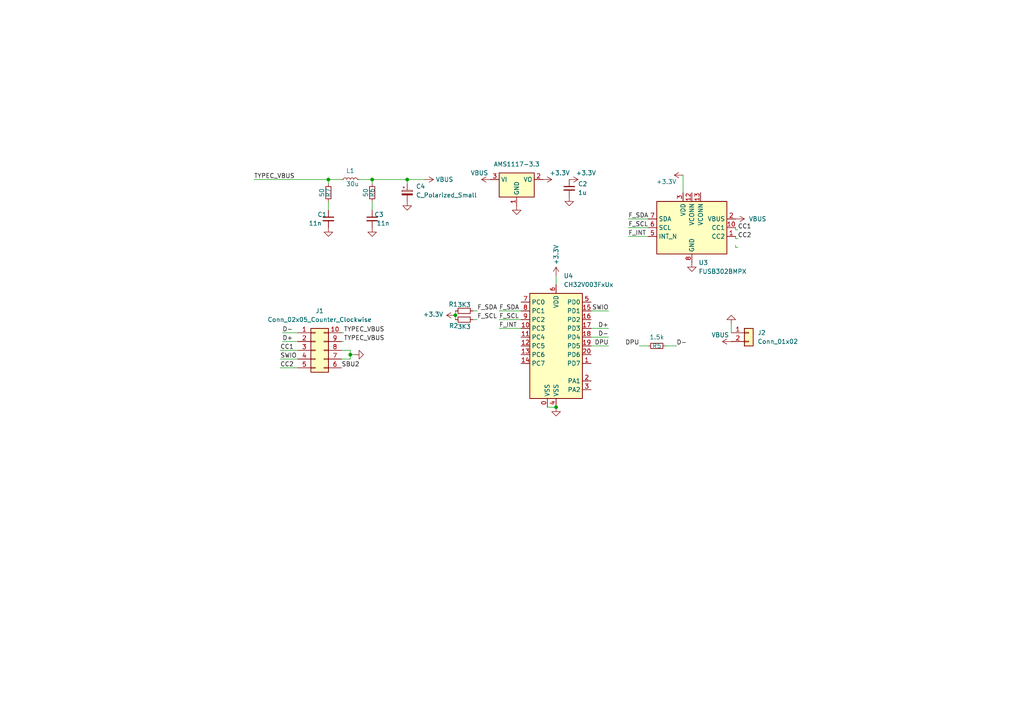
<source format=kicad_sch>
(kicad_sch
	(version 20231120)
	(generator "eeschema")
	(generator_version "8.0")
	(uuid "66976a13-ee8f-47d0-9347-3a47db69826a")
	(paper "A4")
	(lib_symbols
		(symbol "Connector_Generic:Conn_01x02"
			(pin_names
				(offset 1.016) hide)
			(exclude_from_sim no)
			(in_bom yes)
			(on_board yes)
			(property "Reference" "J"
				(at 0 2.54 0)
				(effects
					(font
						(size 1.27 1.27)
					)
				)
			)
			(property "Value" "Conn_01x02"
				(at 0 -5.08 0)
				(effects
					(font
						(size 1.27 1.27)
					)
				)
			)
			(property "Footprint" ""
				(at 0 0 0)
				(effects
					(font
						(size 1.27 1.27)
					)
					(hide yes)
				)
			)
			(property "Datasheet" "~"
				(at 0 0 0)
				(effects
					(font
						(size 1.27 1.27)
					)
					(hide yes)
				)
			)
			(property "Description" "Generic connector, single row, 01x02, script generated (kicad-library-utils/schlib/autogen/connector/)"
				(at 0 0 0)
				(effects
					(font
						(size 1.27 1.27)
					)
					(hide yes)
				)
			)
			(property "ki_keywords" "connector"
				(at 0 0 0)
				(effects
					(font
						(size 1.27 1.27)
					)
					(hide yes)
				)
			)
			(property "ki_fp_filters" "Connector*:*_1x??_*"
				(at 0 0 0)
				(effects
					(font
						(size 1.27 1.27)
					)
					(hide yes)
				)
			)
			(symbol "Conn_01x02_1_1"
				(rectangle
					(start -1.27 -2.413)
					(end 0 -2.667)
					(stroke
						(width 0.1524)
						(type default)
					)
					(fill
						(type none)
					)
				)
				(rectangle
					(start -1.27 0.127)
					(end 0 -0.127)
					(stroke
						(width 0.1524)
						(type default)
					)
					(fill
						(type none)
					)
				)
				(rectangle
					(start -1.27 1.27)
					(end 1.27 -3.81)
					(stroke
						(width 0.254)
						(type default)
					)
					(fill
						(type background)
					)
				)
				(pin passive line
					(at -5.08 0 0)
					(length 3.81)
					(name "Pin_1"
						(effects
							(font
								(size 1.27 1.27)
							)
						)
					)
					(number "1"
						(effects
							(font
								(size 1.27 1.27)
							)
						)
					)
				)
				(pin passive line
					(at -5.08 -2.54 0)
					(length 3.81)
					(name "Pin_2"
						(effects
							(font
								(size 1.27 1.27)
							)
						)
					)
					(number "2"
						(effects
							(font
								(size 1.27 1.27)
							)
						)
					)
				)
			)
		)
		(symbol "Connector_Generic:Conn_02x05_Counter_Clockwise"
			(pin_names
				(offset 1.016) hide)
			(exclude_from_sim no)
			(in_bom yes)
			(on_board yes)
			(property "Reference" "J"
				(at 1.27 7.62 0)
				(effects
					(font
						(size 1.27 1.27)
					)
				)
			)
			(property "Value" "Conn_02x05_Counter_Clockwise"
				(at 1.27 -7.62 0)
				(effects
					(font
						(size 1.27 1.27)
					)
				)
			)
			(property "Footprint" ""
				(at 0 0 0)
				(effects
					(font
						(size 1.27 1.27)
					)
					(hide yes)
				)
			)
			(property "Datasheet" "~"
				(at 0 0 0)
				(effects
					(font
						(size 1.27 1.27)
					)
					(hide yes)
				)
			)
			(property "Description" "Generic connector, double row, 02x05, counter clockwise pin numbering scheme (similar to DIP package numbering), script generated (kicad-library-utils/schlib/autogen/connector/)"
				(at 0 0 0)
				(effects
					(font
						(size 1.27 1.27)
					)
					(hide yes)
				)
			)
			(property "ki_keywords" "connector"
				(at 0 0 0)
				(effects
					(font
						(size 1.27 1.27)
					)
					(hide yes)
				)
			)
			(property "ki_fp_filters" "Connector*:*_2x??_*"
				(at 0 0 0)
				(effects
					(font
						(size 1.27 1.27)
					)
					(hide yes)
				)
			)
			(symbol "Conn_02x05_Counter_Clockwise_1_1"
				(rectangle
					(start -1.27 -4.953)
					(end 0 -5.207)
					(stroke
						(width 0.1524)
						(type default)
					)
					(fill
						(type none)
					)
				)
				(rectangle
					(start -1.27 -2.413)
					(end 0 -2.667)
					(stroke
						(width 0.1524)
						(type default)
					)
					(fill
						(type none)
					)
				)
				(rectangle
					(start -1.27 0.127)
					(end 0 -0.127)
					(stroke
						(width 0.1524)
						(type default)
					)
					(fill
						(type none)
					)
				)
				(rectangle
					(start -1.27 2.667)
					(end 0 2.413)
					(stroke
						(width 0.1524)
						(type default)
					)
					(fill
						(type none)
					)
				)
				(rectangle
					(start -1.27 5.207)
					(end 0 4.953)
					(stroke
						(width 0.1524)
						(type default)
					)
					(fill
						(type none)
					)
				)
				(rectangle
					(start -1.27 6.35)
					(end 3.81 -6.35)
					(stroke
						(width 0.254)
						(type default)
					)
					(fill
						(type background)
					)
				)
				(rectangle
					(start 3.81 -4.953)
					(end 2.54 -5.207)
					(stroke
						(width 0.1524)
						(type default)
					)
					(fill
						(type none)
					)
				)
				(rectangle
					(start 3.81 -2.413)
					(end 2.54 -2.667)
					(stroke
						(width 0.1524)
						(type default)
					)
					(fill
						(type none)
					)
				)
				(rectangle
					(start 3.81 0.127)
					(end 2.54 -0.127)
					(stroke
						(width 0.1524)
						(type default)
					)
					(fill
						(type none)
					)
				)
				(rectangle
					(start 3.81 2.667)
					(end 2.54 2.413)
					(stroke
						(width 0.1524)
						(type default)
					)
					(fill
						(type none)
					)
				)
				(rectangle
					(start 3.81 5.207)
					(end 2.54 4.953)
					(stroke
						(width 0.1524)
						(type default)
					)
					(fill
						(type none)
					)
				)
				(pin passive line
					(at -5.08 5.08 0)
					(length 3.81)
					(name "Pin_1"
						(effects
							(font
								(size 1.27 1.27)
							)
						)
					)
					(number "1"
						(effects
							(font
								(size 1.27 1.27)
							)
						)
					)
				)
				(pin passive line
					(at 7.62 5.08 180)
					(length 3.81)
					(name "Pin_10"
						(effects
							(font
								(size 1.27 1.27)
							)
						)
					)
					(number "10"
						(effects
							(font
								(size 1.27 1.27)
							)
						)
					)
				)
				(pin passive line
					(at -5.08 2.54 0)
					(length 3.81)
					(name "Pin_2"
						(effects
							(font
								(size 1.27 1.27)
							)
						)
					)
					(number "2"
						(effects
							(font
								(size 1.27 1.27)
							)
						)
					)
				)
				(pin passive line
					(at -5.08 0 0)
					(length 3.81)
					(name "Pin_3"
						(effects
							(font
								(size 1.27 1.27)
							)
						)
					)
					(number "3"
						(effects
							(font
								(size 1.27 1.27)
							)
						)
					)
				)
				(pin passive line
					(at -5.08 -2.54 0)
					(length 3.81)
					(name "Pin_4"
						(effects
							(font
								(size 1.27 1.27)
							)
						)
					)
					(number "4"
						(effects
							(font
								(size 1.27 1.27)
							)
						)
					)
				)
				(pin passive line
					(at -5.08 -5.08 0)
					(length 3.81)
					(name "Pin_5"
						(effects
							(font
								(size 1.27 1.27)
							)
						)
					)
					(number "5"
						(effects
							(font
								(size 1.27 1.27)
							)
						)
					)
				)
				(pin passive line
					(at 7.62 -5.08 180)
					(length 3.81)
					(name "Pin_6"
						(effects
							(font
								(size 1.27 1.27)
							)
						)
					)
					(number "6"
						(effects
							(font
								(size 1.27 1.27)
							)
						)
					)
				)
				(pin passive line
					(at 7.62 -2.54 180)
					(length 3.81)
					(name "Pin_7"
						(effects
							(font
								(size 1.27 1.27)
							)
						)
					)
					(number "7"
						(effects
							(font
								(size 1.27 1.27)
							)
						)
					)
				)
				(pin passive line
					(at 7.62 0 180)
					(length 3.81)
					(name "Pin_8"
						(effects
							(font
								(size 1.27 1.27)
							)
						)
					)
					(number "8"
						(effects
							(font
								(size 1.27 1.27)
							)
						)
					)
				)
				(pin passive line
					(at 7.62 2.54 180)
					(length 3.81)
					(name "Pin_9"
						(effects
							(font
								(size 1.27 1.27)
							)
						)
					)
					(number "9"
						(effects
							(font
								(size 1.27 1.27)
							)
						)
					)
				)
			)
		)
		(symbol "Device:C_Polarized_Small"
			(pin_numbers hide)
			(pin_names
				(offset 0.254) hide)
			(exclude_from_sim no)
			(in_bom yes)
			(on_board yes)
			(property "Reference" "C"
				(at 0.254 1.778 0)
				(effects
					(font
						(size 1.27 1.27)
					)
					(justify left)
				)
			)
			(property "Value" "C_Polarized_Small"
				(at 0.254 -2.032 0)
				(effects
					(font
						(size 1.27 1.27)
					)
					(justify left)
				)
			)
			(property "Footprint" ""
				(at 0 0 0)
				(effects
					(font
						(size 1.27 1.27)
					)
					(hide yes)
				)
			)
			(property "Datasheet" "~"
				(at 0 0 0)
				(effects
					(font
						(size 1.27 1.27)
					)
					(hide yes)
				)
			)
			(property "Description" "Polarized capacitor, small symbol"
				(at 0 0 0)
				(effects
					(font
						(size 1.27 1.27)
					)
					(hide yes)
				)
			)
			(property "ki_keywords" "cap capacitor"
				(at 0 0 0)
				(effects
					(font
						(size 1.27 1.27)
					)
					(hide yes)
				)
			)
			(property "ki_fp_filters" "CP_*"
				(at 0 0 0)
				(effects
					(font
						(size 1.27 1.27)
					)
					(hide yes)
				)
			)
			(symbol "C_Polarized_Small_0_1"
				(rectangle
					(start -1.524 -0.3048)
					(end 1.524 -0.6858)
					(stroke
						(width 0)
						(type default)
					)
					(fill
						(type outline)
					)
				)
				(rectangle
					(start -1.524 0.6858)
					(end 1.524 0.3048)
					(stroke
						(width 0)
						(type default)
					)
					(fill
						(type none)
					)
				)
				(polyline
					(pts
						(xy -1.27 1.524) (xy -0.762 1.524)
					)
					(stroke
						(width 0)
						(type default)
					)
					(fill
						(type none)
					)
				)
				(polyline
					(pts
						(xy -1.016 1.27) (xy -1.016 1.778)
					)
					(stroke
						(width 0)
						(type default)
					)
					(fill
						(type none)
					)
				)
			)
			(symbol "C_Polarized_Small_1_1"
				(pin passive line
					(at 0 2.54 270)
					(length 1.8542)
					(name "~"
						(effects
							(font
								(size 1.27 1.27)
							)
						)
					)
					(number "1"
						(effects
							(font
								(size 1.27 1.27)
							)
						)
					)
				)
				(pin passive line
					(at 0 -2.54 90)
					(length 1.8542)
					(name "~"
						(effects
							(font
								(size 1.27 1.27)
							)
						)
					)
					(number "2"
						(effects
							(font
								(size 1.27 1.27)
							)
						)
					)
				)
			)
		)
		(symbol "Device:C_Small"
			(pin_numbers hide)
			(pin_names
				(offset 0.254) hide)
			(exclude_from_sim no)
			(in_bom yes)
			(on_board yes)
			(property "Reference" "C"
				(at 0.254 1.778 0)
				(effects
					(font
						(size 1.27 1.27)
					)
					(justify left)
				)
			)
			(property "Value" "C_Small"
				(at 0.254 -2.032 0)
				(effects
					(font
						(size 1.27 1.27)
					)
					(justify left)
				)
			)
			(property "Footprint" ""
				(at 0 0 0)
				(effects
					(font
						(size 1.27 1.27)
					)
					(hide yes)
				)
			)
			(property "Datasheet" "~"
				(at 0 0 0)
				(effects
					(font
						(size 1.27 1.27)
					)
					(hide yes)
				)
			)
			(property "Description" "Unpolarized capacitor, small symbol"
				(at 0 0 0)
				(effects
					(font
						(size 1.27 1.27)
					)
					(hide yes)
				)
			)
			(property "ki_keywords" "capacitor cap"
				(at 0 0 0)
				(effects
					(font
						(size 1.27 1.27)
					)
					(hide yes)
				)
			)
			(property "ki_fp_filters" "C_*"
				(at 0 0 0)
				(effects
					(font
						(size 1.27 1.27)
					)
					(hide yes)
				)
			)
			(symbol "C_Small_0_1"
				(polyline
					(pts
						(xy -1.524 -0.508) (xy 1.524 -0.508)
					)
					(stroke
						(width 0.3302)
						(type default)
					)
					(fill
						(type none)
					)
				)
				(polyline
					(pts
						(xy -1.524 0.508) (xy 1.524 0.508)
					)
					(stroke
						(width 0.3048)
						(type default)
					)
					(fill
						(type none)
					)
				)
			)
			(symbol "C_Small_1_1"
				(pin passive line
					(at 0 2.54 270)
					(length 2.032)
					(name "~"
						(effects
							(font
								(size 1.27 1.27)
							)
						)
					)
					(number "1"
						(effects
							(font
								(size 1.27 1.27)
							)
						)
					)
				)
				(pin passive line
					(at 0 -2.54 90)
					(length 2.032)
					(name "~"
						(effects
							(font
								(size 1.27 1.27)
							)
						)
					)
					(number "2"
						(effects
							(font
								(size 1.27 1.27)
							)
						)
					)
				)
			)
		)
		(symbol "Device:L_Small"
			(pin_numbers hide)
			(pin_names
				(offset 0.254) hide)
			(exclude_from_sim no)
			(in_bom yes)
			(on_board yes)
			(property "Reference" "L"
				(at 0.762 1.016 0)
				(effects
					(font
						(size 1.27 1.27)
					)
					(justify left)
				)
			)
			(property "Value" "L_Small"
				(at 0.762 -1.016 0)
				(effects
					(font
						(size 1.27 1.27)
					)
					(justify left)
				)
			)
			(property "Footprint" ""
				(at 0 0 0)
				(effects
					(font
						(size 1.27 1.27)
					)
					(hide yes)
				)
			)
			(property "Datasheet" "~"
				(at 0 0 0)
				(effects
					(font
						(size 1.27 1.27)
					)
					(hide yes)
				)
			)
			(property "Description" "Inductor, small symbol"
				(at 0 0 0)
				(effects
					(font
						(size 1.27 1.27)
					)
					(hide yes)
				)
			)
			(property "ki_keywords" "inductor choke coil reactor magnetic"
				(at 0 0 0)
				(effects
					(font
						(size 1.27 1.27)
					)
					(hide yes)
				)
			)
			(property "ki_fp_filters" "Choke_* *Coil* Inductor_* L_*"
				(at 0 0 0)
				(effects
					(font
						(size 1.27 1.27)
					)
					(hide yes)
				)
			)
			(symbol "L_Small_0_1"
				(arc
					(start 0 -2.032)
					(mid 0.5058 -1.524)
					(end 0 -1.016)
					(stroke
						(width 0)
						(type default)
					)
					(fill
						(type none)
					)
				)
				(arc
					(start 0 -1.016)
					(mid 0.5058 -0.508)
					(end 0 0)
					(stroke
						(width 0)
						(type default)
					)
					(fill
						(type none)
					)
				)
				(arc
					(start 0 0)
					(mid 0.5058 0.508)
					(end 0 1.016)
					(stroke
						(width 0)
						(type default)
					)
					(fill
						(type none)
					)
				)
				(arc
					(start 0 1.016)
					(mid 0.5058 1.524)
					(end 0 2.032)
					(stroke
						(width 0)
						(type default)
					)
					(fill
						(type none)
					)
				)
			)
			(symbol "L_Small_1_1"
				(pin passive line
					(at 0 2.54 270)
					(length 0.508)
					(name "~"
						(effects
							(font
								(size 1.27 1.27)
							)
						)
					)
					(number "1"
						(effects
							(font
								(size 1.27 1.27)
							)
						)
					)
				)
				(pin passive line
					(at 0 -2.54 90)
					(length 0.508)
					(name "~"
						(effects
							(font
								(size 1.27 1.27)
							)
						)
					)
					(number "2"
						(effects
							(font
								(size 1.27 1.27)
							)
						)
					)
				)
			)
		)
		(symbol "Device:R_Small"
			(pin_numbers hide)
			(pin_names
				(offset 0.254) hide)
			(exclude_from_sim no)
			(in_bom yes)
			(on_board yes)
			(property "Reference" "R"
				(at 0.762 0.508 0)
				(effects
					(font
						(size 1.27 1.27)
					)
					(justify left)
				)
			)
			(property "Value" "R_Small"
				(at 0.762 -1.016 0)
				(effects
					(font
						(size 1.27 1.27)
					)
					(justify left)
				)
			)
			(property "Footprint" ""
				(at 0 0 0)
				(effects
					(font
						(size 1.27 1.27)
					)
					(hide yes)
				)
			)
			(property "Datasheet" "~"
				(at 0 0 0)
				(effects
					(font
						(size 1.27 1.27)
					)
					(hide yes)
				)
			)
			(property "Description" "Resistor, small symbol"
				(at 0 0 0)
				(effects
					(font
						(size 1.27 1.27)
					)
					(hide yes)
				)
			)
			(property "ki_keywords" "R resistor"
				(at 0 0 0)
				(effects
					(font
						(size 1.27 1.27)
					)
					(hide yes)
				)
			)
			(property "ki_fp_filters" "R_*"
				(at 0 0 0)
				(effects
					(font
						(size 1.27 1.27)
					)
					(hide yes)
				)
			)
			(symbol "R_Small_0_1"
				(rectangle
					(start -0.762 1.778)
					(end 0.762 -1.778)
					(stroke
						(width 0.2032)
						(type default)
					)
					(fill
						(type none)
					)
				)
			)
			(symbol "R_Small_1_1"
				(pin passive line
					(at 0 2.54 270)
					(length 0.762)
					(name "~"
						(effects
							(font
								(size 1.27 1.27)
							)
						)
					)
					(number "1"
						(effects
							(font
								(size 1.27 1.27)
							)
						)
					)
				)
				(pin passive line
					(at 0 -2.54 90)
					(length 0.762)
					(name "~"
						(effects
							(font
								(size 1.27 1.27)
							)
						)
					)
					(number "2"
						(effects
							(font
								(size 1.27 1.27)
							)
						)
					)
				)
			)
		)
		(symbol "Interface_USB:FUSB302BMPX"
			(exclude_from_sim no)
			(in_bom yes)
			(on_board yes)
			(property "Reference" "U"
				(at -10.16 8.89 0)
				(effects
					(font
						(size 1.27 1.27)
					)
					(justify left)
				)
			)
			(property "Value" "FUSB302BMPX"
				(at 3.81 8.89 0)
				(effects
					(font
						(size 1.27 1.27)
					)
					(justify left)
				)
			)
			(property "Footprint" "Package_DFN_QFN:WQFN-14-1EP_2.5x2.5mm_P0.5mm_EP1.45x1.45mm"
				(at 0 -12.7 0)
				(effects
					(font
						(size 1.27 1.27)
					)
					(hide yes)
				)
			)
			(property "Datasheet" "http://www.onsemi.com/pub/Collateral/FUSB302B-D.PDF"
				(at 2.54 -10.16 0)
				(effects
					(font
						(size 1.27 1.27)
					)
					(hide yes)
				)
			)
			(property "Description" "Programmable USB Type-C Controller w/PD, I2C address 0x22, WQFN-14"
				(at 0 0 0)
				(effects
					(font
						(size 1.27 1.27)
					)
					(hide yes)
				)
			)
			(property "ki_keywords" "USB USB-C PD Power Delivery PHY"
				(at 0 0 0)
				(effects
					(font
						(size 1.27 1.27)
					)
					(hide yes)
				)
			)
			(property "ki_fp_filters" "WQFN*1EP*2.5x2.5mm*P0.5mm*"
				(at 0 0 0)
				(effects
					(font
						(size 1.27 1.27)
					)
					(hide yes)
				)
			)
			(symbol "FUSB302BMPX_0_1"
				(rectangle
					(start -10.16 7.62)
					(end 10.16 -7.62)
					(stroke
						(width 0.254)
						(type default)
					)
					(fill
						(type background)
					)
				)
			)
			(symbol "FUSB302BMPX_1_1"
				(pin bidirectional line
					(at 12.7 -2.54 180)
					(length 2.54)
					(name "CC2"
						(effects
							(font
								(size 1.27 1.27)
							)
						)
					)
					(number "1"
						(effects
							(font
								(size 1.27 1.27)
							)
						)
					)
				)
				(pin bidirectional line
					(at 12.7 0 180)
					(length 2.54)
					(name "CC1"
						(effects
							(font
								(size 1.27 1.27)
							)
						)
					)
					(number "10"
						(effects
							(font
								(size 1.27 1.27)
							)
						)
					)
				)
				(pin bidirectional line
					(at 12.7 0 180)
					(length 2.54) hide
					(name "CC1"
						(effects
							(font
								(size 1.27 1.27)
							)
						)
					)
					(number "11"
						(effects
							(font
								(size 1.27 1.27)
							)
						)
					)
				)
				(pin power_in line
					(at 0 10.16 270)
					(length 2.54)
					(name "VCONN"
						(effects
							(font
								(size 1.27 1.27)
							)
						)
					)
					(number "12"
						(effects
							(font
								(size 1.27 1.27)
							)
						)
					)
				)
				(pin power_in line
					(at 2.54 10.16 270)
					(length 2.54)
					(name "VCONN"
						(effects
							(font
								(size 1.27 1.27)
							)
						)
					)
					(number "13"
						(effects
							(font
								(size 1.27 1.27)
							)
						)
					)
				)
				(pin bidirectional line
					(at 12.7 -2.54 180)
					(length 2.54) hide
					(name "CC2"
						(effects
							(font
								(size 1.27 1.27)
							)
						)
					)
					(number "14"
						(effects
							(font
								(size 1.27 1.27)
							)
						)
					)
				)
				(pin passive line
					(at 0 -10.16 90)
					(length 2.54) hide
					(name "GND"
						(effects
							(font
								(size 1.27 1.27)
							)
						)
					)
					(number "15"
						(effects
							(font
								(size 1.27 1.27)
							)
						)
					)
				)
				(pin input line
					(at 12.7 2.54 180)
					(length 2.54)
					(name "VBUS"
						(effects
							(font
								(size 1.27 1.27)
							)
						)
					)
					(number "2"
						(effects
							(font
								(size 1.27 1.27)
							)
						)
					)
				)
				(pin power_in line
					(at -2.54 10.16 270)
					(length 2.54)
					(name "VDD"
						(effects
							(font
								(size 1.27 1.27)
							)
						)
					)
					(number "3"
						(effects
							(font
								(size 1.27 1.27)
							)
						)
					)
				)
				(pin passive line
					(at -2.54 10.16 270)
					(length 2.54) hide
					(name "VDD"
						(effects
							(font
								(size 1.27 1.27)
							)
						)
					)
					(number "4"
						(effects
							(font
								(size 1.27 1.27)
							)
						)
					)
				)
				(pin open_collector line
					(at -12.7 -2.54 0)
					(length 2.54)
					(name "INT_N"
						(effects
							(font
								(size 1.27 1.27)
							)
						)
					)
					(number "5"
						(effects
							(font
								(size 1.27 1.27)
							)
						)
					)
				)
				(pin input line
					(at -12.7 0 0)
					(length 2.54)
					(name "SCL"
						(effects
							(font
								(size 1.27 1.27)
							)
						)
					)
					(number "6"
						(effects
							(font
								(size 1.27 1.27)
							)
						)
					)
				)
				(pin bidirectional line
					(at -12.7 2.54 0)
					(length 2.54)
					(name "SDA"
						(effects
							(font
								(size 1.27 1.27)
							)
						)
					)
					(number "7"
						(effects
							(font
								(size 1.27 1.27)
							)
						)
					)
				)
				(pin power_in line
					(at 0 -10.16 90)
					(length 2.54)
					(name "GND"
						(effects
							(font
								(size 1.27 1.27)
							)
						)
					)
					(number "8"
						(effects
							(font
								(size 1.27 1.27)
							)
						)
					)
				)
				(pin passive line
					(at 0 -10.16 90)
					(length 2.54) hide
					(name "GND"
						(effects
							(font
								(size 1.27 1.27)
							)
						)
					)
					(number "9"
						(effects
							(font
								(size 1.27 1.27)
							)
						)
					)
				)
			)
		)
		(symbol "MCU_WCH_CH32V0:CH32V003FxUx"
			(exclude_from_sim no)
			(in_bom yes)
			(on_board yes)
			(property "Reference" "U"
				(at -7.62 17.78 0)
				(effects
					(font
						(size 1.27 1.27)
					)
				)
			)
			(property "Value" "CH32V003FxUx"
				(at 7.62 17.78 0)
				(effects
					(font
						(size 1.27 1.27)
					)
				)
			)
			(property "Footprint" "Package_DFN_QFN:QFN-20-1EP_3x3mm_P0.4mm_EP1.65x1.65mm"
				(at -1.27 0 0)
				(effects
					(font
						(size 1.27 1.27)
					)
					(hide yes)
				)
			)
			(property "Datasheet" "https://www.wch-ic.com/products/CH32V003.html"
				(at -1.27 0 0)
				(effects
					(font
						(size 1.27 1.27)
					)
					(hide yes)
				)
			)
			(property "Description" "CH32V003 series are industrial-grade general-purpose microcontrollers designed based on 32-bit RISC-V instruction set and architecture. It adopts QingKe V2A core, RV32EC instruction set, and supports 2 levels of interrupt nesting. The series are mounted with rich peripheral interfaces and function modules. Its internal organizational structure meets the low-cost and low-power embedded application scenarios."
				(at 0 0 0)
				(effects
					(font
						(size 1.27 1.27)
					)
					(hide yes)
				)
			)
			(property "ki_keywords" "microcontroller wch RISC-V"
				(at 0 0 0)
				(effects
					(font
						(size 1.27 1.27)
					)
					(hide yes)
				)
			)
			(property "ki_fp_filters" "QFN*1EP*3x3mm*P0.4mm*EP1.65x1.65mm*"
				(at 0 0 0)
				(effects
					(font
						(size 1.27 1.27)
					)
					(hide yes)
				)
			)
			(symbol "CH32V003FxUx_1_1"
				(rectangle
					(start -7.62 15.24)
					(end 7.62 -15.24)
					(stroke
						(width 0.254)
						(type default)
					)
					(fill
						(type background)
					)
				)
				(pin power_in line
					(at -2.54 -17.78 90)
					(length 2.54)
					(name "VSS"
						(effects
							(font
								(size 1.27 1.27)
							)
						)
					)
					(number "0"
						(effects
							(font
								(size 1.27 1.27)
							)
						)
					)
				)
				(pin bidirectional line
					(at 10.16 -5.08 180)
					(length 2.54)
					(name "PD7"
						(effects
							(font
								(size 1.27 1.27)
							)
						)
					)
					(number "1"
						(effects
							(font
								(size 1.27 1.27)
							)
						)
					)
					(alternate "NRST" bidirectional line)
					(alternate "OPP1" bidirectional line)
					(alternate "T2CH4" bidirectional line)
					(alternate "T2CH4_2" bidirectional line)
					(alternate "UCK_1" bidirectional line)
					(alternate "UCK_2" bidirectional line)
				)
				(pin bidirectional line
					(at -10.16 5.08 0)
					(length 2.54)
					(name "PC3"
						(effects
							(font
								(size 1.27 1.27)
							)
						)
					)
					(number "10"
						(effects
							(font
								(size 1.27 1.27)
							)
						)
					)
					(alternate "T1CH1N_1" bidirectional line)
					(alternate "T1CH1N_3" bidirectional line)
					(alternate "T1CH3" bidirectional line)
					(alternate "T1CH3_2" bidirectional line)
					(alternate "UCTS_1" bidirectional line)
				)
				(pin bidirectional line
					(at -10.16 2.54 0)
					(length 2.54)
					(name "PC4"
						(effects
							(font
								(size 1.27 1.27)
							)
						)
					)
					(number "11"
						(effects
							(font
								(size 1.27 1.27)
							)
						)
					)
					(alternate "A2" bidirectional line)
					(alternate "MCO" bidirectional line)
					(alternate "T1CH1_3" bidirectional line)
					(alternate "T1CH2N_1" bidirectional line)
					(alternate "T1CH4" bidirectional line)
					(alternate "T1CH4_2" bidirectional line)
				)
				(pin bidirectional line
					(at -10.16 0 0)
					(length 2.54)
					(name "PC5"
						(effects
							(font
								(size 1.27 1.27)
							)
						)
					)
					(number "12"
						(effects
							(font
								(size 1.27 1.27)
							)
						)
					)
					(alternate "SCK" bidirectional line)
					(alternate "SCK_1" bidirectional line)
					(alternate "SCL_2" bidirectional line)
					(alternate "SCL_3" bidirectional line)
					(alternate "T1CH3_3" bidirectional line)
					(alternate "T1ETR" bidirectional line)
					(alternate "T1ETR_1" bidirectional line)
					(alternate "T2CH1ETR_1" bidirectional line)
					(alternate "UCK_3" bidirectional line)
				)
				(pin bidirectional line
					(at -10.16 -2.54 0)
					(length 2.54)
					(name "PC6"
						(effects
							(font
								(size 1.27 1.27)
							)
						)
					)
					(number "13"
						(effects
							(font
								(size 1.27 1.27)
							)
						)
					)
					(alternate "MOSI" bidirectional line)
					(alternate "MOSI_1" bidirectional line)
					(alternate "SDA_2" bidirectional line)
					(alternate "SDA_3" bidirectional line)
					(alternate "T1CH1_1" bidirectional line)
					(alternate "T1CH3N_3" bidirectional line)
					(alternate "UCTS_2" bidirectional line)
					(alternate "UCTS_3" bidirectional line)
				)
				(pin bidirectional line
					(at -10.16 -5.08 0)
					(length 2.54)
					(name "PC7"
						(effects
							(font
								(size 1.27 1.27)
							)
						)
					)
					(number "14"
						(effects
							(font
								(size 1.27 1.27)
							)
						)
					)
					(alternate "MISO" bidirectional line)
					(alternate "MISO_1" bidirectional line)
					(alternate "T1CH2_1" bidirectional line)
					(alternate "T1CH2_3" bidirectional line)
					(alternate "T2CH2_3" bidirectional line)
					(alternate "URTS_2" bidirectional line)
					(alternate "URTS_3" bidirectional line)
				)
				(pin bidirectional line
					(at 10.16 10.16 180)
					(length 2.54)
					(name "PD1"
						(effects
							(font
								(size 1.27 1.27)
							)
						)
					)
					(number "15"
						(effects
							(font
								(size 1.27 1.27)
							)
						)
					)
					(alternate "AETR2" bidirectional line)
					(alternate "SCL_1" bidirectional line)
					(alternate "SWIO" bidirectional line)
					(alternate "T1CH3N" bidirectional line)
					(alternate "T1CH3N_1" bidirectional line)
					(alternate "T1CH3N_2" bidirectional line)
					(alternate "URX_1" bidirectional line)
				)
				(pin bidirectional line
					(at 10.16 7.62 180)
					(length 2.54)
					(name "PD2"
						(effects
							(font
								(size 1.27 1.27)
							)
						)
					)
					(number "16"
						(effects
							(font
								(size 1.27 1.27)
							)
						)
					)
					(alternate "A3" bidirectional line)
					(alternate "T1CH1" bidirectional line)
					(alternate "T1CH1_2" bidirectional line)
					(alternate "T1CH2N_3" bidirectional line)
					(alternate "T2CH3_1" bidirectional line)
				)
				(pin bidirectional line
					(at 10.16 5.08 180)
					(length 2.54)
					(name "PD3"
						(effects
							(font
								(size 1.27 1.27)
							)
						)
					)
					(number "17"
						(effects
							(font
								(size 1.27 1.27)
							)
						)
					)
					(alternate "A4" bidirectional line)
					(alternate "AETR" bidirectional line)
					(alternate "T1CH4_1" bidirectional line)
					(alternate "T2CH2" bidirectional line)
					(alternate "T2CH2_2" bidirectional line)
					(alternate "UCTS" bidirectional line)
				)
				(pin bidirectional line
					(at 10.16 2.54 180)
					(length 2.54)
					(name "PD4"
						(effects
							(font
								(size 1.27 1.27)
							)
						)
					)
					(number "18"
						(effects
							(font
								(size 1.27 1.27)
							)
						)
					)
					(alternate "A7" bidirectional line)
					(alternate "OPO" bidirectional line)
					(alternate "T1CH4_3" bidirectional line)
					(alternate "T2CH1ETR" bidirectional line)
					(alternate "TIETR_2" bidirectional line)
					(alternate "UCK" bidirectional line)
				)
				(pin bidirectional line
					(at 10.16 0 180)
					(length 2.54)
					(name "PD5"
						(effects
							(font
								(size 1.27 1.27)
							)
						)
					)
					(number "19"
						(effects
							(font
								(size 1.27 1.27)
							)
						)
					)
					(alternate "A5" bidirectional line)
					(alternate "T2CH4_3" bidirectional line)
					(alternate "URX_2" bidirectional line)
					(alternate "UTX" bidirectional line)
				)
				(pin bidirectional line
					(at 10.16 -10.16 180)
					(length 2.54)
					(name "PA1"
						(effects
							(font
								(size 1.27 1.27)
							)
						)
					)
					(number "2"
						(effects
							(font
								(size 1.27 1.27)
							)
						)
					)
					(alternate "A1" bidirectional line)
					(alternate "OPN0" bidirectional line)
					(alternate "OSCI" bidirectional line)
					(alternate "T1CH2" bidirectional line)
					(alternate "T1CH2_2" bidirectional line)
				)
				(pin bidirectional line
					(at 10.16 -2.54 180)
					(length 2.54)
					(name "PD6"
						(effects
							(font
								(size 1.27 1.27)
							)
						)
					)
					(number "20"
						(effects
							(font
								(size 1.27 1.27)
							)
						)
					)
					(alternate "A6" bidirectional line)
					(alternate "T2CH3_3" bidirectional line)
					(alternate "URX" bidirectional line)
					(alternate "UTX_2" bidirectional line)
				)
				(pin bidirectional line
					(at 10.16 -12.7 180)
					(length 2.54)
					(name "PA2"
						(effects
							(font
								(size 1.27 1.27)
							)
						)
					)
					(number "3"
						(effects
							(font
								(size 1.27 1.27)
							)
						)
					)
					(alternate "A0" bidirectional line)
					(alternate "AETR2_1" bidirectional line)
					(alternate "OPP0" bidirectional line)
					(alternate "OSCO" bidirectional line)
					(alternate "TICH2N" bidirectional line)
					(alternate "TICH2N_2" bidirectional line)
				)
				(pin power_in line
					(at 0 -17.78 90)
					(length 2.54)
					(name "VSS"
						(effects
							(font
								(size 1.27 1.27)
							)
						)
					)
					(number "4"
						(effects
							(font
								(size 1.27 1.27)
							)
						)
					)
				)
				(pin bidirectional line
					(at 10.16 12.7 180)
					(length 2.54)
					(name "PD0"
						(effects
							(font
								(size 1.27 1.27)
							)
						)
					)
					(number "5"
						(effects
							(font
								(size 1.27 1.27)
							)
						)
					)
					(alternate "OPN1" bidirectional line)
					(alternate "SDA_1" bidirectional line)
					(alternate "TICH1N" bidirectional line)
					(alternate "TICH1N_2" bidirectional line)
					(alternate "UTX_1" bidirectional line)
				)
				(pin power_in line
					(at 0 17.78 270)
					(length 2.54)
					(name "VDD"
						(effects
							(font
								(size 1.27 1.27)
							)
						)
					)
					(number "6"
						(effects
							(font
								(size 1.27 1.27)
							)
						)
					)
				)
				(pin bidirectional line
					(at -10.16 12.7 0)
					(length 2.54)
					(name "PC0"
						(effects
							(font
								(size 1.27 1.27)
							)
						)
					)
					(number "7"
						(effects
							(font
								(size 1.27 1.27)
							)
						)
					)
					(alternate "NSS_1" bidirectional line)
					(alternate "T1CH3_1" bidirectional line)
					(alternate "T2CH3" bidirectional line)
					(alternate "T2CH3_2" bidirectional line)
					(alternate "UTX_3" bidirectional line)
				)
				(pin bidirectional line
					(at -10.16 10.16 0)
					(length 2.54)
					(name "PC1"
						(effects
							(font
								(size 1.27 1.27)
							)
						)
					)
					(number "8"
						(effects
							(font
								(size 1.27 1.27)
							)
						)
					)
					(alternate "NSS" bidirectional line)
					(alternate "SDA" bidirectional line)
					(alternate "T1BKIN_1" bidirectional line)
					(alternate "T1BKIN_3" bidirectional line)
					(alternate "T2CH1ETR_2" bidirectional line)
					(alternate "T2CH1ETR_3" bidirectional line)
					(alternate "T2CH4_1" bidirectional line)
					(alternate "URX_3" bidirectional line)
				)
				(pin bidirectional line
					(at -10.16 7.62 0)
					(length 2.54)
					(name "PC2"
						(effects
							(font
								(size 1.27 1.27)
							)
						)
					)
					(number "9"
						(effects
							(font
								(size 1.27 1.27)
							)
						)
					)
					(alternate "AETR_1" bidirectional line)
					(alternate "SCL" bidirectional line)
					(alternate "T1BKIN" bidirectional line)
					(alternate "T1BKIN_2" bidirectional line)
					(alternate "T1ETR_3" bidirectional line)
					(alternate "T2CH2_1" bidirectional line)
					(alternate "URTS" bidirectional line)
					(alternate "URTS_1" bidirectional line)
				)
			)
		)
		(symbol "Regulator_Linear:AMS1117-3.3"
			(exclude_from_sim no)
			(in_bom yes)
			(on_board yes)
			(property "Reference" "U"
				(at -3.81 3.175 0)
				(effects
					(font
						(size 1.27 1.27)
					)
				)
			)
			(property "Value" "AMS1117-3.3"
				(at 0 3.175 0)
				(effects
					(font
						(size 1.27 1.27)
					)
					(justify left)
				)
			)
			(property "Footprint" "Package_TO_SOT_SMD:SOT-223-3_TabPin2"
				(at 0 5.08 0)
				(effects
					(font
						(size 1.27 1.27)
					)
					(hide yes)
				)
			)
			(property "Datasheet" "http://www.advanced-monolithic.com/pdf/ds1117.pdf"
				(at 2.54 -6.35 0)
				(effects
					(font
						(size 1.27 1.27)
					)
					(hide yes)
				)
			)
			(property "Description" "1A Low Dropout regulator, positive, 3.3V fixed output, SOT-223"
				(at 0 0 0)
				(effects
					(font
						(size 1.27 1.27)
					)
					(hide yes)
				)
			)
			(property "ki_keywords" "linear regulator ldo fixed positive"
				(at 0 0 0)
				(effects
					(font
						(size 1.27 1.27)
					)
					(hide yes)
				)
			)
			(property "ki_fp_filters" "SOT?223*TabPin2*"
				(at 0 0 0)
				(effects
					(font
						(size 1.27 1.27)
					)
					(hide yes)
				)
			)
			(symbol "AMS1117-3.3_0_1"
				(rectangle
					(start -5.08 -5.08)
					(end 5.08 1.905)
					(stroke
						(width 0.254)
						(type default)
					)
					(fill
						(type background)
					)
				)
			)
			(symbol "AMS1117-3.3_1_1"
				(pin power_in line
					(at 0 -7.62 90)
					(length 2.54)
					(name "GND"
						(effects
							(font
								(size 1.27 1.27)
							)
						)
					)
					(number "1"
						(effects
							(font
								(size 1.27 1.27)
							)
						)
					)
				)
				(pin power_out line
					(at 7.62 0 180)
					(length 2.54)
					(name "VO"
						(effects
							(font
								(size 1.27 1.27)
							)
						)
					)
					(number "2"
						(effects
							(font
								(size 1.27 1.27)
							)
						)
					)
				)
				(pin power_in line
					(at -7.62 0 0)
					(length 2.54)
					(name "VI"
						(effects
							(font
								(size 1.27 1.27)
							)
						)
					)
					(number "3"
						(effects
							(font
								(size 1.27 1.27)
							)
						)
					)
				)
			)
		)
		(symbol "power:+3.3V"
			(power)
			(pin_names
				(offset 0)
			)
			(exclude_from_sim no)
			(in_bom yes)
			(on_board yes)
			(property "Reference" "#PWR"
				(at 0 -3.81 0)
				(effects
					(font
						(size 1.27 1.27)
					)
					(hide yes)
				)
			)
			(property "Value" "+3.3V"
				(at 0 3.556 0)
				(effects
					(font
						(size 1.27 1.27)
					)
				)
			)
			(property "Footprint" ""
				(at 0 0 0)
				(effects
					(font
						(size 1.27 1.27)
					)
					(hide yes)
				)
			)
			(property "Datasheet" ""
				(at 0 0 0)
				(effects
					(font
						(size 1.27 1.27)
					)
					(hide yes)
				)
			)
			(property "Description" "Power symbol creates a global label with name \"+3.3V\""
				(at 0 0 0)
				(effects
					(font
						(size 1.27 1.27)
					)
					(hide yes)
				)
			)
			(property "ki_keywords" "global power"
				(at 0 0 0)
				(effects
					(font
						(size 1.27 1.27)
					)
					(hide yes)
				)
			)
			(symbol "+3.3V_0_1"
				(polyline
					(pts
						(xy -0.762 1.27) (xy 0 2.54)
					)
					(stroke
						(width 0)
						(type default)
					)
					(fill
						(type none)
					)
				)
				(polyline
					(pts
						(xy 0 0) (xy 0 2.54)
					)
					(stroke
						(width 0)
						(type default)
					)
					(fill
						(type none)
					)
				)
				(polyline
					(pts
						(xy 0 2.54) (xy 0.762 1.27)
					)
					(stroke
						(width 0)
						(type default)
					)
					(fill
						(type none)
					)
				)
			)
			(symbol "+3.3V_1_1"
				(pin power_in line
					(at 0 0 90)
					(length 0) hide
					(name "+3.3V"
						(effects
							(font
								(size 1.27 1.27)
							)
						)
					)
					(number "1"
						(effects
							(font
								(size 1.27 1.27)
							)
						)
					)
				)
			)
		)
		(symbol "power:GND"
			(power)
			(pin_names
				(offset 0)
			)
			(exclude_from_sim no)
			(in_bom yes)
			(on_board yes)
			(property "Reference" "#PWR"
				(at 0 -6.35 0)
				(effects
					(font
						(size 1.27 1.27)
					)
					(hide yes)
				)
			)
			(property "Value" "GND"
				(at 0 -3.81 0)
				(effects
					(font
						(size 1.27 1.27)
					)
				)
			)
			(property "Footprint" ""
				(at 0 0 0)
				(effects
					(font
						(size 1.27 1.27)
					)
					(hide yes)
				)
			)
			(property "Datasheet" ""
				(at 0 0 0)
				(effects
					(font
						(size 1.27 1.27)
					)
					(hide yes)
				)
			)
			(property "Description" "Power symbol creates a global label with name \"GND\" , ground"
				(at 0 0 0)
				(effects
					(font
						(size 1.27 1.27)
					)
					(hide yes)
				)
			)
			(property "ki_keywords" "global power"
				(at 0 0 0)
				(effects
					(font
						(size 1.27 1.27)
					)
					(hide yes)
				)
			)
			(symbol "GND_0_1"
				(polyline
					(pts
						(xy 0 0) (xy 0 -1.27) (xy 1.27 -1.27) (xy 0 -2.54) (xy -1.27 -1.27) (xy 0 -1.27)
					)
					(stroke
						(width 0)
						(type default)
					)
					(fill
						(type none)
					)
				)
			)
			(symbol "GND_1_1"
				(pin power_in line
					(at 0 0 270)
					(length 0) hide
					(name "GND"
						(effects
							(font
								(size 1.27 1.27)
							)
						)
					)
					(number "1"
						(effects
							(font
								(size 1.27 1.27)
							)
						)
					)
				)
			)
		)
		(symbol "power:VBUS"
			(power)
			(pin_names
				(offset 0)
			)
			(exclude_from_sim no)
			(in_bom yes)
			(on_board yes)
			(property "Reference" "#PWR"
				(at 0 -3.81 0)
				(effects
					(font
						(size 1.27 1.27)
					)
					(hide yes)
				)
			)
			(property "Value" "VBUS"
				(at 0 3.81 0)
				(effects
					(font
						(size 1.27 1.27)
					)
				)
			)
			(property "Footprint" ""
				(at 0 0 0)
				(effects
					(font
						(size 1.27 1.27)
					)
					(hide yes)
				)
			)
			(property "Datasheet" ""
				(at 0 0 0)
				(effects
					(font
						(size 1.27 1.27)
					)
					(hide yes)
				)
			)
			(property "Description" "Power symbol creates a global label with name \"VBUS\""
				(at 0 0 0)
				(effects
					(font
						(size 1.27 1.27)
					)
					(hide yes)
				)
			)
			(property "ki_keywords" "global power"
				(at 0 0 0)
				(effects
					(font
						(size 1.27 1.27)
					)
					(hide yes)
				)
			)
			(symbol "VBUS_0_1"
				(polyline
					(pts
						(xy -0.762 1.27) (xy 0 2.54)
					)
					(stroke
						(width 0)
						(type default)
					)
					(fill
						(type none)
					)
				)
				(polyline
					(pts
						(xy 0 0) (xy 0 2.54)
					)
					(stroke
						(width 0)
						(type default)
					)
					(fill
						(type none)
					)
				)
				(polyline
					(pts
						(xy 0 2.54) (xy 0.762 1.27)
					)
					(stroke
						(width 0)
						(type default)
					)
					(fill
						(type none)
					)
				)
			)
			(symbol "VBUS_1_1"
				(pin power_in line
					(at 0 0 90)
					(length 0) hide
					(name "VBUS"
						(effects
							(font
								(size 1.27 1.27)
							)
						)
					)
					(number "1"
						(effects
							(font
								(size 1.27 1.27)
							)
						)
					)
				)
			)
		)
	)
	(junction
		(at 101.6 102.87)
		(diameter 0)
		(color 0 0 0 0)
		(uuid "5c573114-4399-4453-9b05-dd7892000054")
	)
	(junction
		(at 95.25 52.07)
		(diameter 0)
		(color 0 0 0 0)
		(uuid "626037ad-6f6e-4efd-ab29-70d62aa921f2")
	)
	(junction
		(at 132.08 91.44)
		(diameter 0)
		(color 0 0 0 0)
		(uuid "a5574523-b4f1-4729-8ed3-871aa8951773")
	)
	(junction
		(at 107.95 52.07)
		(diameter 0)
		(color 0 0 0 0)
		(uuid "b93be9f0-a8d6-4cc7-a9a3-258df6982145")
	)
	(junction
		(at 118.11 52.07)
		(diameter 0)
		(color 0 0 0 0)
		(uuid "d03ead8c-186e-4a25-bafa-10d28c0e801c")
	)
	(junction
		(at 161.29 118.11)
		(diameter 0)
		(color 0 0 0 0)
		(uuid "eaec15e1-efa3-47d6-b0da-91a6a40f4507")
	)
	(wire
		(pts
			(xy 99.06 104.14) (xy 101.6 104.14)
		)
		(stroke
			(width 0)
			(type default)
		)
		(uuid "01272e89-e129-4407-9b61-5f17df338f06")
	)
	(wire
		(pts
			(xy 158.75 118.11) (xy 161.29 118.11)
		)
		(stroke
			(width 0)
			(type default)
		)
		(uuid "0244e116-a9b6-40c5-ac40-4968b313d6b1")
	)
	(wire
		(pts
			(xy 176.53 90.17) (xy 171.45 90.17)
		)
		(stroke
			(width 0)
			(type default)
		)
		(uuid "0c5b2c37-4484-4024-b32c-4c6d4f3f90d4")
	)
	(wire
		(pts
			(xy 182.245 68.58) (xy 187.96 68.58)
		)
		(stroke
			(width 0)
			(type default)
		)
		(uuid "0c95ac39-12a6-43e9-9f94-1cb873f73ff3")
	)
	(wire
		(pts
			(xy 132.08 91.44) (xy 132.08 92.71)
		)
		(stroke
			(width 0)
			(type default)
		)
		(uuid "0f539aff-840a-4127-801c-76c9a4239e54")
	)
	(wire
		(pts
			(xy 81.915 99.06) (xy 86.36 99.06)
		)
		(stroke
			(width 0)
			(type default)
		)
		(uuid "1a47a837-7546-43ba-a79e-af797d65d056")
	)
	(wire
		(pts
			(xy 213.36 71.755) (xy 213.36 71.12)
		)
		(stroke
			(width 0)
			(type default)
		)
		(uuid "220886c3-57cc-460c-b310-41daf2401d9f")
	)
	(wire
		(pts
			(xy 101.6 102.87) (xy 101.6 104.14)
		)
		(stroke
			(width 0)
			(type default)
		)
		(uuid "2794fec6-6c12-434c-8f34-327992c77154")
	)
	(wire
		(pts
			(xy 213.995 66.675) (xy 213.36 66.675)
		)
		(stroke
			(width 0)
			(type default)
		)
		(uuid "2e23edc7-ed67-42bc-b973-ad89cd5f3bb3")
	)
	(wire
		(pts
			(xy 81.28 101.6) (xy 86.36 101.6)
		)
		(stroke
			(width 0)
			(type default)
		)
		(uuid "3054546c-7ed0-4057-976e-d78e72e35087")
	)
	(wire
		(pts
			(xy 118.11 52.07) (xy 118.11 53.34)
		)
		(stroke
			(width 0)
			(type default)
		)
		(uuid "3614d0bd-9b8a-4dbe-af27-87ff2b5f6821")
	)
	(wire
		(pts
			(xy 81.915 96.52) (xy 86.36 96.52)
		)
		(stroke
			(width 0)
			(type default)
		)
		(uuid "397002c3-04ac-4b23-b85a-5233ba3e10c2")
	)
	(wire
		(pts
			(xy 185.42 100.33) (xy 187.96 100.33)
		)
		(stroke
			(width 0)
			(type default)
		)
		(uuid "3c80b191-37fb-4cbe-8767-49270029656b")
	)
	(wire
		(pts
			(xy 182.245 66.04) (xy 187.96 66.04)
		)
		(stroke
			(width 0)
			(type default)
		)
		(uuid "45ef4184-5e39-44f7-b740-50b791fe4d5c")
	)
	(wire
		(pts
			(xy 182.245 63.5) (xy 187.96 63.5)
		)
		(stroke
			(width 0)
			(type default)
		)
		(uuid "4e4f64b6-4ac3-4e24-acec-d9616d2207f9")
	)
	(wire
		(pts
			(xy 213.36 69.215) (xy 213.36 68.58)
		)
		(stroke
			(width 0)
			(type default)
		)
		(uuid "58e87bba-017b-48ee-94fc-a1fd2e2a5329")
	)
	(wire
		(pts
			(xy 104.14 52.07) (xy 107.95 52.07)
		)
		(stroke
			(width 0)
			(type default)
		)
		(uuid "5954bf6e-988e-4d87-ac7e-f205691eb6e0")
	)
	(wire
		(pts
			(xy 95.25 52.07) (xy 99.06 52.07)
		)
		(stroke
			(width 0)
			(type default)
		)
		(uuid "5a0bbea7-b9ef-4cb5-a9f8-a7708403964a")
	)
	(wire
		(pts
			(xy 118.11 52.07) (xy 123.19 52.07)
		)
		(stroke
			(width 0)
			(type default)
		)
		(uuid "5c00deea-ed74-4538-9c67-ed35568a3e33")
	)
	(wire
		(pts
			(xy 95.25 58.42) (xy 95.25 60.96)
		)
		(stroke
			(width 0)
			(type default)
		)
		(uuid "5f51297e-4aab-4d29-80d2-41c7b05efa38")
	)
	(wire
		(pts
			(xy 99.06 96.52) (xy 99.695 96.52)
		)
		(stroke
			(width 0)
			(type default)
		)
		(uuid "6010485a-82c7-4481-b6bc-42802e3e85a0")
	)
	(wire
		(pts
			(xy 101.6 101.6) (xy 101.6 102.87)
		)
		(stroke
			(width 0)
			(type default)
		)
		(uuid "6a0f6ec8-5879-4af5-a147-4ac3f80f6e88")
	)
	(wire
		(pts
			(xy 176.53 97.79) (xy 171.45 97.79)
		)
		(stroke
			(width 0)
			(type default)
		)
		(uuid "742d0e98-aada-409e-9eab-9d57aed42a1f")
	)
	(wire
		(pts
			(xy 101.6 102.87) (xy 102.87 102.87)
		)
		(stroke
			(width 0)
			(type default)
		)
		(uuid "74987a0f-5fb4-4e1a-8204-b2b3f5da5cbe")
	)
	(wire
		(pts
			(xy 132.08 90.17) (xy 132.08 91.44)
		)
		(stroke
			(width 0)
			(type default)
		)
		(uuid "77dd7f07-c3d9-4b48-987b-814358e72aec")
	)
	(wire
		(pts
			(xy 144.78 90.17) (xy 151.13 90.17)
		)
		(stroke
			(width 0)
			(type default)
		)
		(uuid "905905ce-cc60-4332-b257-0a241baf15a0")
	)
	(wire
		(pts
			(xy 213.995 69.215) (xy 213.36 69.215)
		)
		(stroke
			(width 0)
			(type default)
		)
		(uuid "9806749c-ec5a-423c-9413-771738385a5f")
	)
	(wire
		(pts
			(xy 107.95 53.34) (xy 107.95 52.07)
		)
		(stroke
			(width 0)
			(type default)
		)
		(uuid "99103ccc-2da6-4e49-bada-d55db8481e6a")
	)
	(wire
		(pts
			(xy 95.25 53.34) (xy 95.25 52.07)
		)
		(stroke
			(width 0)
			(type default)
		)
		(uuid "9a7f2a9c-b396-436d-8f83-d0832419f7fd")
	)
	(wire
		(pts
			(xy 176.53 100.33) (xy 171.45 100.33)
		)
		(stroke
			(width 0)
			(type default)
		)
		(uuid "9df67a0f-d671-4b42-b2b9-2978781e9995")
	)
	(wire
		(pts
			(xy 213.995 71.755) (xy 213.36 71.755)
		)
		(stroke
			(width 0)
			(type default)
		)
		(uuid "a29ed38a-07f0-47ff-8223-1bbbd81a999b")
	)
	(wire
		(pts
			(xy 81.28 104.14) (xy 86.36 104.14)
		)
		(stroke
			(width 0)
			(type default)
		)
		(uuid "a8fd7bbd-f6c0-4ed3-9086-eede08ec2117")
	)
	(wire
		(pts
			(xy 212.09 93.98) (xy 212.09 96.52)
		)
		(stroke
			(width 0)
			(type default)
		)
		(uuid "ac4040c3-270e-46c0-80ae-9cbc6f57d5b6")
	)
	(wire
		(pts
			(xy 161.29 80.01) (xy 161.29 82.55)
		)
		(stroke
			(width 0)
			(type default)
		)
		(uuid "b0dd2c54-c7a0-464c-b87c-2b50ccc70e72")
	)
	(wire
		(pts
			(xy 213.36 66.675) (xy 213.36 66.04)
		)
		(stroke
			(width 0)
			(type default)
		)
		(uuid "b554d73f-52ad-48bb-89a5-fd8081cffd01")
	)
	(wire
		(pts
			(xy 107.95 52.07) (xy 118.11 52.07)
		)
		(stroke
			(width 0)
			(type default)
		)
		(uuid "b87c27d9-c68b-4839-bfbc-e11a759a239f")
	)
	(wire
		(pts
			(xy 138.43 90.17) (xy 137.16 90.17)
		)
		(stroke
			(width 0)
			(type default)
		)
		(uuid "bb145ba7-9fd1-4bc2-9921-151bdd163481")
	)
	(wire
		(pts
			(xy 176.53 95.25) (xy 171.45 95.25)
		)
		(stroke
			(width 0)
			(type default)
		)
		(uuid "c38c0834-7dc0-4bc1-b6ef-37695fee96f1")
	)
	(wire
		(pts
			(xy 144.78 95.25) (xy 151.13 95.25)
		)
		(stroke
			(width 0)
			(type default)
		)
		(uuid "c5940e6e-d116-44b9-9f1e-6bfa55cf2485")
	)
	(wire
		(pts
			(xy 99.06 99.06) (xy 99.695 99.06)
		)
		(stroke
			(width 0)
			(type default)
		)
		(uuid "c73b566b-70e2-42c6-959f-90422c8ae32f")
	)
	(wire
		(pts
			(xy 193.04 100.33) (xy 196.215 100.33)
		)
		(stroke
			(width 0)
			(type default)
		)
		(uuid "cadfd5d7-f566-4862-9b58-8ff7dea467ce")
	)
	(wire
		(pts
			(xy 73.66 52.07) (xy 95.25 52.07)
		)
		(stroke
			(width 0)
			(type default)
		)
		(uuid "d3539ac0-8a07-4651-a5c9-5af92637509e")
	)
	(wire
		(pts
			(xy 99.06 101.6) (xy 101.6 101.6)
		)
		(stroke
			(width 0)
			(type default)
		)
		(uuid "d6564190-2b66-4201-b689-d7220892d870")
	)
	(wire
		(pts
			(xy 107.95 58.42) (xy 107.95 60.96)
		)
		(stroke
			(width 0)
			(type default)
		)
		(uuid "e03869f5-3195-4b4c-ba93-9c339cb465f1")
	)
	(wire
		(pts
			(xy 81.28 106.68) (xy 86.36 106.68)
		)
		(stroke
			(width 0)
			(type default)
		)
		(uuid "e1a5f3f3-b091-44e3-a83a-fab0f4ce4a67")
	)
	(wire
		(pts
			(xy 198.12 50.8) (xy 198.12 55.88)
		)
		(stroke
			(width 0)
			(type default)
		)
		(uuid "e31c0f24-89b0-415a-9570-cf2f6b69cfa6")
	)
	(wire
		(pts
			(xy 138.43 92.71) (xy 137.16 92.71)
		)
		(stroke
			(width 0)
			(type default)
		)
		(uuid "ed4199b1-616a-48fa-8c39-df280715ccad")
	)
	(wire
		(pts
			(xy 144.78 92.71) (xy 151.13 92.71)
		)
		(stroke
			(width 0)
			(type default)
		)
		(uuid "fc01009d-e9c9-4b1e-b9fe-e8441297bf9c")
	)
	(label "D-"
		(at 196.215 100.33 0)
		(fields_autoplaced yes)
		(effects
			(font
				(size 1.27 1.27)
			)
			(justify left bottom)
		)
		(uuid "00922477-cbb5-4eef-a351-321a79c2e45a")
	)
	(label "F_SCL"
		(at 138.43 92.71 0)
		(fields_autoplaced yes)
		(effects
			(font
				(size 1.27 1.27)
			)
			(justify left bottom)
		)
		(uuid "0a9d09ed-db57-4a73-975a-9ec9deef15a2")
	)
	(label "DPU"
		(at 176.53 100.33 180)
		(fields_autoplaced yes)
		(effects
			(font
				(size 1.27 1.27)
			)
			(justify right bottom)
		)
		(uuid "0c63bb94-9670-4725-98d1-4ca825a298ea")
	)
	(label "CC2"
		(at 213.995 69.215 0)
		(fields_autoplaced yes)
		(effects
			(font
				(size 1.27 1.27)
			)
			(justify left bottom)
		)
		(uuid "0df67645-d868-44fd-a076-1e2c2108eb45")
	)
	(label "F_SDA"
		(at 144.78 90.17 0)
		(fields_autoplaced yes)
		(effects
			(font
				(size 1.27 1.27)
			)
			(justify left bottom)
		)
		(uuid "289b337e-a1fb-40f4-96c6-878322c26536")
	)
	(label "F_SCL"
		(at 144.78 92.71 0)
		(fields_autoplaced yes)
		(effects
			(font
				(size 1.27 1.27)
			)
			(justify left bottom)
		)
		(uuid "353a59f6-004e-4264-bf41-cdad4336ed8e")
	)
	(label "SWIO"
		(at 81.28 104.14 0)
		(fields_autoplaced yes)
		(effects
			(font
				(size 1.27 1.27)
			)
			(justify left bottom)
		)
		(uuid "3cbd2edf-e7e9-4f55-80c7-d39dbe7f2498")
	)
	(label "TYPEC_VBUS"
		(at 99.695 96.52 0)
		(fields_autoplaced yes)
		(effects
			(font
				(size 1.27 1.27)
			)
			(justify left bottom)
		)
		(uuid "43566501-14ef-4fd2-99d6-52800be43a2f")
	)
	(label "D+"
		(at 176.53 95.25 180)
		(fields_autoplaced yes)
		(effects
			(font
				(size 1.27 1.27)
			)
			(justify right bottom)
		)
		(uuid "4c634bb8-61e7-4860-a65d-558bfc1e9880")
	)
	(label "SBU2"
		(at 99.06 106.68 0)
		(fields_autoplaced yes)
		(effects
			(font
				(size 1.27 1.27)
			)
			(justify left bottom)
		)
		(uuid "789ca7d9-738a-4493-8e48-367d32e124b5")
	)
	(label "F_INT"
		(at 144.78 95.25 0)
		(fields_autoplaced yes)
		(effects
			(font
				(size 1.27 1.27)
			)
			(justify left bottom)
		)
		(uuid "8217eb57-0c9f-48cc-b346-f8a541ffd451")
	)
	(label "TYPEC_VBUS"
		(at 99.695 99.06 0)
		(fields_autoplaced yes)
		(effects
			(font
				(size 1.27 1.27)
			)
			(justify left bottom)
		)
		(uuid "901567f6-1791-4736-961e-05b6420bef75")
	)
	(label "D-"
		(at 176.53 97.79 180)
		(fields_autoplaced yes)
		(effects
			(font
				(size 1.27 1.27)
			)
			(justify right bottom)
		)
		(uuid "93ee4121-4860-4287-ab21-e37db2c976f6")
	)
	(label "F_SDA"
		(at 182.245 63.5 0)
		(fields_autoplaced yes)
		(effects
			(font
				(size 1.27 1.27)
			)
			(justify left bottom)
		)
		(uuid "95ac6e83-327c-4cec-b34f-b6141b49df59")
	)
	(label "F_INT"
		(at 182.245 68.58 0)
		(fields_autoplaced yes)
		(effects
			(font
				(size 1.27 1.27)
			)
			(justify left bottom)
		)
		(uuid "96d4b43d-00e4-4db9-bfa3-04ac8ac823ea")
	)
	(label "D-"
		(at 81.915 96.52 0)
		(fields_autoplaced yes)
		(effects
			(font
				(size 1.27 1.27)
			)
			(justify left bottom)
		)
		(uuid "9935b495-bf57-4649-abc1-43a5621e8a43")
	)
	(label "D+"
		(at 81.915 99.06 0)
		(fields_autoplaced yes)
		(effects
			(font
				(size 1.27 1.27)
			)
			(justify left bottom)
		)
		(uuid "af9e259d-5a53-48dc-a51a-90bfddbdbaef")
	)
	(label "CC2"
		(at 81.28 106.68 0)
		(fields_autoplaced yes)
		(effects
			(font
				(size 1.27 1.27)
			)
			(justify left bottom)
		)
		(uuid "b5e8eb50-f638-433a-8b5f-2dc4f840abfe")
	)
	(label "DPU"
		(at 185.42 100.33 180)
		(fields_autoplaced yes)
		(effects
			(font
				(size 1.27 1.27)
			)
			(justify right bottom)
		)
		(uuid "d0ba47c5-5cbc-47e6-aa98-a615c2088599")
	)
	(label "CC1"
		(at 213.995 66.675 0)
		(fields_autoplaced yes)
		(effects
			(font
				(size 1.27 1.27)
			)
			(justify left bottom)
		)
		(uuid "d7352d8b-018c-43ec-aceb-a8994b7849f6")
	)
	(label "TYPEC_VBUS"
		(at 73.66 52.07 0)
		(fields_autoplaced yes)
		(effects
			(font
				(size 1.27 1.27)
			)
			(justify left bottom)
		)
		(uuid "ded86003-9d23-4400-bd77-4c31f2fb1af6")
	)
	(label "F_SCL"
		(at 182.245 66.04 0)
		(fields_autoplaced yes)
		(effects
			(font
				(size 1.27 1.27)
			)
			(justify left bottom)
		)
		(uuid "ebff74a0-5d1d-4320-a870-8d570940b535")
	)
	(label "F_SDA"
		(at 138.43 90.17 0)
		(fields_autoplaced yes)
		(effects
			(font
				(size 1.27 1.27)
			)
			(justify left bottom)
		)
		(uuid "f37dcf06-67d3-4ccd-a1fd-c7a0e58b21ab")
	)
	(label "CC1"
		(at 81.28 101.6 0)
		(fields_autoplaced yes)
		(effects
			(font
				(size 1.27 1.27)
			)
			(justify left bottom)
		)
		(uuid "fc4c1b5b-a9f5-46f3-bfc5-86c454e0cfea")
	)
	(label "SWIO"
		(at 176.53 90.17 180)
		(fields_autoplaced yes)
		(effects
			(font
				(size 1.27 1.27)
			)
			(justify right bottom)
		)
		(uuid "ffd6d4d4-bbd5-4e44-9989-8852486ced53")
	)
	(symbol
		(lib_id "power:GND")
		(at 107.95 66.04 0)
		(unit 1)
		(exclude_from_sim no)
		(in_bom yes)
		(on_board yes)
		(dnp no)
		(fields_autoplaced yes)
		(uuid "0e203652-fedc-45dd-9386-efadf87c9250")
		(property "Reference" "#PWR011"
			(at 107.95 72.39 0)
			(effects
				(font
					(size 1.27 1.27)
				)
				(hide yes)
			)
		)
		(property "Value" "GND"
			(at 107.95 70.485 0)
			(effects
				(font
					(size 1.27 1.27)
				)
				(hide yes)
			)
		)
		(property "Footprint" ""
			(at 107.95 66.04 0)
			(effects
				(font
					(size 1.27 1.27)
				)
				(hide yes)
			)
		)
		(property "Datasheet" ""
			(at 107.95 66.04 0)
			(effects
				(font
					(size 1.27 1.27)
				)
				(hide yes)
			)
		)
		(property "Description" ""
			(at 107.95 66.04 0)
			(effects
				(font
					(size 1.27 1.27)
				)
				(hide yes)
			)
		)
		(pin "1"
			(uuid "2064b23e-ab99-4138-a5b6-98ddadcfbde7")
		)
		(instances
			(project "rusb-pd-second"
				(path "/66976a13-ee8f-47d0-9347-3a47db69826a"
					(reference "#PWR011")
					(unit 1)
				)
			)
		)
	)
	(symbol
		(lib_id "MCU_WCH_CH32V0:CH32V003FxUx")
		(at 161.29 100.33 0)
		(unit 1)
		(exclude_from_sim no)
		(in_bom yes)
		(on_board yes)
		(dnp no)
		(fields_autoplaced yes)
		(uuid "119ce7b2-25ab-410a-bdfe-2896020cc849")
		(property "Reference" "U4"
			(at 163.4841 80.01 0)
			(effects
				(font
					(size 1.27 1.27)
				)
				(justify left)
			)
		)
		(property "Value" "CH32V003FxUx"
			(at 163.4841 82.55 0)
			(effects
				(font
					(size 1.27 1.27)
				)
				(justify left)
			)
		)
		(property "Footprint" "Package_DFN_QFN:QFN-20-1EP_3x3mm_P0.4mm_EP1.65x1.65mm"
			(at 160.02 100.33 0)
			(effects
				(font
					(size 1.27 1.27)
				)
				(hide yes)
			)
		)
		(property "Datasheet" "https://www.wch-ic.com/products/CH32V003.html"
			(at 160.02 100.33 0)
			(effects
				(font
					(size 1.27 1.27)
				)
				(hide yes)
			)
		)
		(property "Description" "CH32V003 series are industrial-grade general-purpose microcontrollers designed based on 32-bit RISC-V instruction set and architecture. It adopts QingKe V2A core, RV32EC instruction set, and supports 2 levels of interrupt nesting. The series are mounted with rich peripheral interfaces and function modules. Its internal organizational structure meets the low-cost and low-power embedded application scenarios."
			(at 161.29 100.33 0)
			(effects
				(font
					(size 1.27 1.27)
				)
				(hide yes)
			)
		)
		(pin "14"
			(uuid "d3e6ea2c-2b1c-4dcb-ae15-51bf15b0930e")
		)
		(pin "12"
			(uuid "10f46432-e5d5-49d3-8fb9-4fda6f6ed0a6")
		)
		(pin "2"
			(uuid "ab793d5b-ef14-44a7-bec1-74ce8d6d2345")
		)
		(pin "17"
			(uuid "b7f19a7d-c611-4082-8645-ff41cb96dd15")
		)
		(pin "8"
			(uuid "efd2f1cf-a7bd-4c57-a293-eae894f60186")
		)
		(pin "1"
			(uuid "9205988a-9105-45d6-aea4-49f08695569f")
		)
		(pin "9"
			(uuid "33baa667-db5b-4b56-84e3-d6c64149daa1")
		)
		(pin "13"
			(uuid "9f612d7c-8f9d-4c07-b50a-efbcc3d8e829")
		)
		(pin "18"
			(uuid "4b375a6d-27a7-4c69-be95-eae78e3d15c7")
		)
		(pin "7"
			(uuid "1336cea9-a081-4fa5-a4df-030df90e1020")
		)
		(pin "11"
			(uuid "13e62fb5-2d15-4813-ab3e-08a1bc5aaeb1")
		)
		(pin "16"
			(uuid "20d10815-fa22-4ea2-8e09-7a9997a0e6b7")
		)
		(pin "19"
			(uuid "8c431741-f7bb-4b1a-87ed-4edcd3b13efd")
		)
		(pin "20"
			(uuid "87abd80c-e76c-4596-be70-abad5eb29a6e")
		)
		(pin "3"
			(uuid "f5a35e9e-36d7-4ece-82f1-2d57323606df")
		)
		(pin "5"
			(uuid "033e3af9-f8d6-4c1c-b7b7-8b23e685eda4")
		)
		(pin "6"
			(uuid "e843f247-33ef-4143-8aec-01d119d9541e")
		)
		(pin "0"
			(uuid "f5e70675-1b19-4600-a23d-20d721d12129")
		)
		(pin "15"
			(uuid "0e5972d3-f91d-4ac1-affc-6479d28b941c")
		)
		(pin "10"
			(uuid "0ad5abf9-5cb4-429d-8ea5-95125ac23c77")
		)
		(pin "4"
			(uuid "dd639e71-1fa9-43c0-81dd-7840be29aefe")
		)
		(instances
			(project "rusb-pd-second"
				(path "/66976a13-ee8f-47d0-9347-3a47db69826a"
					(reference "U4")
					(unit 1)
				)
			)
		)
	)
	(symbol
		(lib_id "power:GND")
		(at 200.66 76.2 0)
		(unit 1)
		(exclude_from_sim no)
		(in_bom yes)
		(on_board yes)
		(dnp no)
		(fields_autoplaced yes)
		(uuid "15734b71-9679-4a96-a93c-da96764e903e")
		(property "Reference" "#PWR014"
			(at 200.66 82.55 0)
			(effects
				(font
					(size 1.27 1.27)
				)
				(hide yes)
			)
		)
		(property "Value" "GND"
			(at 200.66 80.645 0)
			(effects
				(font
					(size 1.27 1.27)
				)
				(hide yes)
			)
		)
		(property "Footprint" ""
			(at 200.66 76.2 0)
			(effects
				(font
					(size 1.27 1.27)
				)
				(hide yes)
			)
		)
		(property "Datasheet" ""
			(at 200.66 76.2 0)
			(effects
				(font
					(size 1.27 1.27)
				)
				(hide yes)
			)
		)
		(property "Description" ""
			(at 200.66 76.2 0)
			(effects
				(font
					(size 1.27 1.27)
				)
				(hide yes)
			)
		)
		(pin "1"
			(uuid "f8866511-1957-4842-9053-b7c7b88f706b")
		)
		(instances
			(project "rusb-pd-second"
				(path "/66976a13-ee8f-47d0-9347-3a47db69826a"
					(reference "#PWR014")
					(unit 1)
				)
			)
		)
	)
	(symbol
		(lib_id "Device:C_Small")
		(at 107.95 63.5 0)
		(unit 1)
		(exclude_from_sim no)
		(in_bom yes)
		(on_board yes)
		(dnp no)
		(uuid "3477983a-880f-4530-ba3e-4447b87b3e0f")
		(property "Reference" "C3"
			(at 108.585 62.23 0)
			(effects
				(font
					(size 1.27 1.27)
				)
				(justify left)
			)
		)
		(property "Value" "11n"
			(at 109.22 64.77 0)
			(effects
				(font
					(size 1.27 1.27)
				)
				(justify left)
			)
		)
		(property "Footprint" "Capacitor_SMD:C_0805_2012Metric"
			(at 107.95 63.5 0)
			(effects
				(font
					(size 1.27 1.27)
				)
				(hide yes)
			)
		)
		(property "Datasheet" "~"
			(at 107.95 63.5 0)
			(effects
				(font
					(size 1.27 1.27)
				)
				(hide yes)
			)
		)
		(property "Description" ""
			(at 107.95 63.5 0)
			(effects
				(font
					(size 1.27 1.27)
				)
				(hide yes)
			)
		)
		(pin "1"
			(uuid "d875763b-b0af-44a1-b112-07a6c044b535")
		)
		(pin "2"
			(uuid "af0538d3-1b5a-4154-b51a-70dcca1267c4")
		)
		(instances
			(project "rusb-pd-second"
				(path "/66976a13-ee8f-47d0-9347-3a47db69826a"
					(reference "C3")
					(unit 1)
				)
			)
		)
	)
	(symbol
		(lib_id "Device:R_Small")
		(at 190.5 100.33 90)
		(unit 1)
		(exclude_from_sim no)
		(in_bom yes)
		(on_board yes)
		(dnp no)
		(uuid "35cce396-b6da-410a-a627-c527239276a4")
		(property "Reference" "R5"
			(at 190.5 100.33 90)
			(effects
				(font
					(size 1.27 1.27)
				)
			)
		)
		(property "Value" "1.5k"
			(at 190.5 97.79 90)
			(effects
				(font
					(size 1.27 1.27)
				)
			)
		)
		(property "Footprint" "Resistor_SMD:R_0402_1005Metric"
			(at 190.5 100.33 0)
			(effects
				(font
					(size 1.27 1.27)
				)
				(hide yes)
			)
		)
		(property "Datasheet" "~"
			(at 190.5 100.33 0)
			(effects
				(font
					(size 1.27 1.27)
				)
				(hide yes)
			)
		)
		(property "Description" ""
			(at 190.5 100.33 0)
			(effects
				(font
					(size 1.27 1.27)
				)
				(hide yes)
			)
		)
		(pin "1"
			(uuid "df1cf442-de1f-4384-8abf-a62222b48a55")
		)
		(pin "2"
			(uuid "c4ab7929-5e12-44e7-a72e-430fa261e5b4")
		)
		(instances
			(project "rusb-pd-second"
				(path "/66976a13-ee8f-47d0-9347-3a47db69826a"
					(reference "R5")
					(unit 1)
				)
			)
		)
	)
	(symbol
		(lib_id "Interface_USB:FUSB302BMPX")
		(at 200.66 66.04 0)
		(unit 1)
		(exclude_from_sim no)
		(in_bom yes)
		(on_board yes)
		(dnp no)
		(fields_autoplaced yes)
		(uuid "377ead8e-2dce-45f7-b52c-7e685d6d428f")
		(property "Reference" "U3"
			(at 202.6159 76.2 0)
			(effects
				(font
					(size 1.27 1.27)
				)
				(justify left)
			)
		)
		(property "Value" "FUSB302BMPX"
			(at 202.6159 78.74 0)
			(effects
				(font
					(size 1.27 1.27)
				)
				(justify left)
			)
		)
		(property "Footprint" "Package_DFN_QFN:WQFN-14-1EP_2.5x2.5mm_P0.5mm_EP1.45x1.45mm"
			(at 200.66 78.74 0)
			(effects
				(font
					(size 1.27 1.27)
				)
				(hide yes)
			)
		)
		(property "Datasheet" "http://www.onsemi.com/pub/Collateral/FUSB302B-D.PDF"
			(at 203.2 76.2 0)
			(effects
				(font
					(size 1.27 1.27)
				)
				(hide yes)
			)
		)
		(property "Description" ""
			(at 200.66 66.04 0)
			(effects
				(font
					(size 1.27 1.27)
				)
				(hide yes)
			)
		)
		(pin "1"
			(uuid "7e4d0305-0e3c-4846-9a37-6a5129f4938a")
		)
		(pin "10"
			(uuid "e0d145a4-573d-4db4-b59c-197e5ac5f50c")
		)
		(pin "11"
			(uuid "9350b46f-a532-416b-ac1c-27bbe41da613")
		)
		(pin "12"
			(uuid "385cc677-86f6-4884-b459-6ed8dce17687")
		)
		(pin "13"
			(uuid "d925c1ec-68ca-47f9-b438-5f93d4e92aa6")
		)
		(pin "14"
			(uuid "b884d56e-9deb-419e-89d4-17d51851e03d")
		)
		(pin "15"
			(uuid "1b1533b7-c9ed-46f6-9887-f9e639673642")
		)
		(pin "2"
			(uuid "13a3e866-8d20-42be-87c2-474928216142")
		)
		(pin "3"
			(uuid "8b6f1411-8dae-4f85-b5fd-3db6d54c70d7")
		)
		(pin "4"
			(uuid "f8e00cfc-85b7-4297-b384-c6d579308e1c")
		)
		(pin "5"
			(uuid "0ee15c18-633f-446e-be90-a7fdfdf6c879")
		)
		(pin "6"
			(uuid "a970c99d-6ddb-46bb-9ca0-471d5cf5a9c1")
		)
		(pin "7"
			(uuid "b9e548e8-0ef5-4ec7-a794-c6b9bb70fac8")
		)
		(pin "8"
			(uuid "2f404e7b-495e-4fe1-ac6c-555ddfca68ed")
		)
		(pin "9"
			(uuid "c224189c-0d67-4051-b3c1-d59c596996f7")
		)
		(instances
			(project "rusb-pd-second"
				(path "/66976a13-ee8f-47d0-9347-3a47db69826a"
					(reference "U3")
					(unit 1)
				)
			)
		)
	)
	(symbol
		(lib_id "power:GND")
		(at 212.09 93.98 180)
		(unit 1)
		(exclude_from_sim no)
		(in_bom yes)
		(on_board yes)
		(dnp no)
		(fields_autoplaced yes)
		(uuid "3cdd9d87-42c0-4ba1-b698-2a6b09251176")
		(property "Reference" "#PWR03"
			(at 212.09 87.63 0)
			(effects
				(font
					(size 1.27 1.27)
				)
				(hide yes)
			)
		)
		(property "Value" "GND"
			(at 212.09 89.535 0)
			(effects
				(font
					(size 1.27 1.27)
				)
				(hide yes)
			)
		)
		(property "Footprint" ""
			(at 212.09 93.98 0)
			(effects
				(font
					(size 1.27 1.27)
				)
				(hide yes)
			)
		)
		(property "Datasheet" ""
			(at 212.09 93.98 0)
			(effects
				(font
					(size 1.27 1.27)
				)
				(hide yes)
			)
		)
		(property "Description" ""
			(at 212.09 93.98 0)
			(effects
				(font
					(size 1.27 1.27)
				)
				(hide yes)
			)
		)
		(pin "1"
			(uuid "dd0301bc-c0c4-4991-ade3-95b6c9fe8d7e")
		)
		(instances
			(project "rusb-pd-second"
				(path "/66976a13-ee8f-47d0-9347-3a47db69826a"
					(reference "#PWR03")
					(unit 1)
				)
			)
		)
	)
	(symbol
		(lib_id "power:GND")
		(at 118.11 58.42 0)
		(unit 1)
		(exclude_from_sim no)
		(in_bom yes)
		(on_board yes)
		(dnp no)
		(fields_autoplaced yes)
		(uuid "41dc291a-d9c9-4f50-b359-fac05ff7dada")
		(property "Reference" "#PWR016"
			(at 118.11 64.77 0)
			(effects
				(font
					(size 1.27 1.27)
				)
				(hide yes)
			)
		)
		(property "Value" "GND"
			(at 118.11 62.865 0)
			(effects
				(font
					(size 1.27 1.27)
				)
				(hide yes)
			)
		)
		(property "Footprint" ""
			(at 118.11 58.42 0)
			(effects
				(font
					(size 1.27 1.27)
				)
				(hide yes)
			)
		)
		(property "Datasheet" ""
			(at 118.11 58.42 0)
			(effects
				(font
					(size 1.27 1.27)
				)
				(hide yes)
			)
		)
		(property "Description" ""
			(at 118.11 58.42 0)
			(effects
				(font
					(size 1.27 1.27)
				)
				(hide yes)
			)
		)
		(pin "1"
			(uuid "ef1828a4-0839-46a2-985f-49a04e76e6bc")
		)
		(instances
			(project "rusb-pd-second"
				(path "/66976a13-ee8f-47d0-9347-3a47db69826a"
					(reference "#PWR016")
					(unit 1)
				)
			)
		)
	)
	(symbol
		(lib_id "Device:C_Small")
		(at 95.25 63.5 0)
		(unit 1)
		(exclude_from_sim no)
		(in_bom yes)
		(on_board yes)
		(dnp no)
		(uuid "505d9460-030c-4da8-9529-7b85e158aa30")
		(property "Reference" "C1"
			(at 92.075 62.23 0)
			(effects
				(font
					(size 1.27 1.27)
				)
				(justify left)
			)
		)
		(property "Value" "11n"
			(at 89.535 64.77 0)
			(effects
				(font
					(size 1.27 1.27)
				)
				(justify left)
			)
		)
		(property "Footprint" "Capacitor_SMD:C_0805_2012Metric"
			(at 95.25 63.5 0)
			(effects
				(font
					(size 1.27 1.27)
				)
				(hide yes)
			)
		)
		(property "Datasheet" "~"
			(at 95.25 63.5 0)
			(effects
				(font
					(size 1.27 1.27)
				)
				(hide yes)
			)
		)
		(property "Description" ""
			(at 95.25 63.5 0)
			(effects
				(font
					(size 1.27 1.27)
				)
				(hide yes)
			)
		)
		(pin "1"
			(uuid "25b2b87c-98c0-4bef-b176-cf3061fb577e")
		)
		(pin "2"
			(uuid "e7eabfaf-faa3-4394-bdf2-5b4ea6350117")
		)
		(instances
			(project "rusb-pd-second"
				(path "/66976a13-ee8f-47d0-9347-3a47db69826a"
					(reference "C1")
					(unit 1)
				)
			)
		)
	)
	(symbol
		(lib_id "power:GND")
		(at 161.29 118.11 0)
		(unit 1)
		(exclude_from_sim no)
		(in_bom yes)
		(on_board yes)
		(dnp no)
		(fields_autoplaced yes)
		(uuid "5ca40956-23eb-42cc-a918-58ba1084912e")
		(property "Reference" "#PWR017"
			(at 161.29 124.46 0)
			(effects
				(font
					(size 1.27 1.27)
				)
				(hide yes)
			)
		)
		(property "Value" "GND"
			(at 161.29 122.555 0)
			(effects
				(font
					(size 1.27 1.27)
				)
				(hide yes)
			)
		)
		(property "Footprint" ""
			(at 161.29 118.11 0)
			(effects
				(font
					(size 1.27 1.27)
				)
				(hide yes)
			)
		)
		(property "Datasheet" ""
			(at 161.29 118.11 0)
			(effects
				(font
					(size 1.27 1.27)
				)
				(hide yes)
			)
		)
		(property "Description" ""
			(at 161.29 118.11 0)
			(effects
				(font
					(size 1.27 1.27)
				)
				(hide yes)
			)
		)
		(pin "1"
			(uuid "7c806749-7028-43fe-86be-218633bc5dc4")
		)
		(instances
			(project "rusb-pd-second"
				(path "/66976a13-ee8f-47d0-9347-3a47db69826a"
					(reference "#PWR017")
					(unit 1)
				)
			)
		)
	)
	(symbol
		(lib_id "Device:R_Small")
		(at 134.62 90.17 270)
		(mirror x)
		(unit 1)
		(exclude_from_sim no)
		(in_bom yes)
		(on_board yes)
		(dnp no)
		(uuid "5caf6d2f-286e-4271-8b58-9ab74c5a8ff7")
		(property "Reference" "R1"
			(at 131.445 88.265 90)
			(effects
				(font
					(size 1.27 1.27)
				)
			)
		)
		(property "Value" "3K3"
			(at 134.62 88.392 90)
			(effects
				(font
					(size 1.27 1.27)
				)
			)
		)
		(property "Footprint" "Resistor_SMD:R_0402_1005Metric"
			(at 134.62 90.17 0)
			(effects
				(font
					(size 1.27 1.27)
				)
				(hide yes)
			)
		)
		(property "Datasheet" "~"
			(at 134.62 90.17 0)
			(effects
				(font
					(size 1.27 1.27)
				)
				(hide yes)
			)
		)
		(property "Description" ""
			(at 134.62 90.17 0)
			(effects
				(font
					(size 1.27 1.27)
				)
				(hide yes)
			)
		)
		(pin "1"
			(uuid "49f4ed90-1646-403a-9757-00762dcc6fd3")
		)
		(pin "2"
			(uuid "ce74a62d-18ce-4493-9527-3efb7666c670")
		)
		(instances
			(project "rusb-pd-second"
				(path "/66976a13-ee8f-47d0-9347-3a47db69826a"
					(reference "R1")
					(unit 1)
				)
			)
		)
	)
	(symbol
		(lib_id "power:GND")
		(at 95.25 66.04 0)
		(unit 1)
		(exclude_from_sim no)
		(in_bom yes)
		(on_board yes)
		(dnp no)
		(fields_autoplaced yes)
		(uuid "648c1bc4-e92c-46af-a253-60531bec0262")
		(property "Reference" "#PWR07"
			(at 95.25 72.39 0)
			(effects
				(font
					(size 1.27 1.27)
				)
				(hide yes)
			)
		)
		(property "Value" "GND"
			(at 95.25 70.485 0)
			(effects
				(font
					(size 1.27 1.27)
				)
				(hide yes)
			)
		)
		(property "Footprint" ""
			(at 95.25 66.04 0)
			(effects
				(font
					(size 1.27 1.27)
				)
				(hide yes)
			)
		)
		(property "Datasheet" ""
			(at 95.25 66.04 0)
			(effects
				(font
					(size 1.27 1.27)
				)
				(hide yes)
			)
		)
		(property "Description" ""
			(at 95.25 66.04 0)
			(effects
				(font
					(size 1.27 1.27)
				)
				(hide yes)
			)
		)
		(pin "1"
			(uuid "14721b55-d4dd-481e-a98d-a041ed975f49")
		)
		(instances
			(project "rusb-pd-second"
				(path "/66976a13-ee8f-47d0-9347-3a47db69826a"
					(reference "#PWR07")
					(unit 1)
				)
			)
		)
	)
	(symbol
		(lib_id "Device:R_Small")
		(at 134.62 92.71 270)
		(mirror x)
		(unit 1)
		(exclude_from_sim no)
		(in_bom yes)
		(on_board yes)
		(dnp no)
		(uuid "6b89ada1-3164-4185-bfa4-7b8c7d8bc3e6")
		(property "Reference" "R2"
			(at 131.572 94.488 90)
			(effects
				(font
					(size 1.27 1.27)
				)
			)
		)
		(property "Value" "3K3"
			(at 134.62 94.742 90)
			(effects
				(font
					(size 1.27 1.27)
				)
			)
		)
		(property "Footprint" "Resistor_SMD:R_0402_1005Metric"
			(at 134.62 92.71 0)
			(effects
				(font
					(size 1.27 1.27)
				)
				(hide yes)
			)
		)
		(property "Datasheet" "~"
			(at 134.62 92.71 0)
			(effects
				(font
					(size 1.27 1.27)
				)
				(hide yes)
			)
		)
		(property "Description" ""
			(at 134.62 92.71 0)
			(effects
				(font
					(size 1.27 1.27)
				)
				(hide yes)
			)
		)
		(pin "1"
			(uuid "fda92aae-8efe-4bea-b51d-88ec70b324ef")
		)
		(pin "2"
			(uuid "e71245a6-f64d-4efe-9495-22415d2e3df9")
		)
		(instances
			(project "rusb-pd-second"
				(path "/66976a13-ee8f-47d0-9347-3a47db69826a"
					(reference "R2")
					(unit 1)
				)
			)
		)
	)
	(symbol
		(lib_id "Regulator_Linear:AMS1117-3.3")
		(at 149.86 52.07 0)
		(unit 1)
		(exclude_from_sim no)
		(in_bom yes)
		(on_board yes)
		(dnp no)
		(fields_autoplaced yes)
		(uuid "75bf57eb-ac98-4442-a0a2-659223760506")
		(property "Reference" "U1"
			(at 149.86 45.085 0)
			(effects
				(font
					(size 1.27 1.27)
				)
				(hide yes)
			)
		)
		(property "Value" "AMS1117-3.3"
			(at 149.86 47.625 0)
			(effects
				(font
					(size 1.27 1.27)
				)
			)
		)
		(property "Footprint" "Package_TO_SOT_SMD:SOT-223-3_TabPin2"
			(at 149.86 46.99 0)
			(effects
				(font
					(size 1.27 1.27)
				)
				(hide yes)
			)
		)
		(property "Datasheet" "http://www.advanced-monolithic.com/pdf/ds1117.pdf"
			(at 152.4 58.42 0)
			(effects
				(font
					(size 1.27 1.27)
				)
				(hide yes)
			)
		)
		(property "Description" ""
			(at 149.86 52.07 0)
			(effects
				(font
					(size 1.27 1.27)
				)
				(hide yes)
			)
		)
		(pin "1"
			(uuid "7cf7227a-99db-4e8f-956f-ef21c54183e6")
		)
		(pin "2"
			(uuid "e038bf6a-efb6-4a62-bd45-b3107d7c7324")
		)
		(pin "3"
			(uuid "142aa295-efa1-4ef3-81da-7600e1fadfcc")
		)
		(instances
			(project "rusb-pd-second"
				(path "/66976a13-ee8f-47d0-9347-3a47db69826a"
					(reference "U1")
					(unit 1)
				)
			)
		)
	)
	(symbol
		(lib_id "power:+3.3V")
		(at 198.12 50.8 90)
		(unit 1)
		(exclude_from_sim no)
		(in_bom yes)
		(on_board yes)
		(dnp no)
		(uuid "760ab6c0-9b1e-4610-b801-f38179c01966")
		(property "Reference" "#PWR013"
			(at 201.93 50.8 0)
			(effects
				(font
					(size 1.27 1.27)
				)
				(hide yes)
			)
		)
		(property "Value" "+3.3V"
			(at 196.215 52.705 90)
			(effects
				(font
					(size 1.27 1.27)
				)
				(justify left)
			)
		)
		(property "Footprint" ""
			(at 198.12 50.8 0)
			(effects
				(font
					(size 1.27 1.27)
				)
				(hide yes)
			)
		)
		(property "Datasheet" ""
			(at 198.12 50.8 0)
			(effects
				(font
					(size 1.27 1.27)
				)
				(hide yes)
			)
		)
		(property "Description" ""
			(at 198.12 50.8 0)
			(effects
				(font
					(size 1.27 1.27)
				)
				(hide yes)
			)
		)
		(pin "1"
			(uuid "e854bde8-d408-4266-8646-e99b59837d35")
		)
		(instances
			(project "rusb-pd-second"
				(path "/66976a13-ee8f-47d0-9347-3a47db69826a"
					(reference "#PWR013")
					(unit 1)
				)
			)
		)
	)
	(symbol
		(lib_id "Device:L_Small")
		(at 101.6 52.07 90)
		(unit 1)
		(exclude_from_sim no)
		(in_bom yes)
		(on_board yes)
		(dnp no)
		(uuid "7b0c8640-59b9-4830-9611-9ac59be0c4a0")
		(property "Reference" "L1"
			(at 101.6 49.53 90)
			(effects
				(font
					(size 1.27 1.27)
				)
			)
		)
		(property "Value" "30u"
			(at 102.235 53.34 90)
			(effects
				(font
					(size 1.27 1.27)
				)
			)
		)
		(property "Footprint" "Library:IND-SMD_L6.0-W6.0_FNR60XXS"
			(at 101.6 52.07 0)
			(effects
				(font
					(size 1.27 1.27)
				)
				(hide yes)
			)
		)
		(property "Datasheet" "~"
			(at 101.6 52.07 0)
			(effects
				(font
					(size 1.27 1.27)
				)
				(hide yes)
			)
		)
		(property "Description" ""
			(at 101.6 52.07 0)
			(effects
				(font
					(size 1.27 1.27)
				)
				(hide yes)
			)
		)
		(pin "1"
			(uuid "d68c668a-43da-45c9-9ec7-c1fc97d68812")
		)
		(pin "2"
			(uuid "24f1ab03-c168-424a-8a87-5f466c070258")
		)
		(instances
			(project "rusb-pd-second"
				(path "/66976a13-ee8f-47d0-9347-3a47db69826a"
					(reference "L1")
					(unit 1)
				)
			)
		)
	)
	(symbol
		(lib_id "power:VBUS")
		(at 142.24 52.07 90)
		(unit 1)
		(exclude_from_sim no)
		(in_bom yes)
		(on_board yes)
		(dnp no)
		(uuid "7b1e164c-47be-454b-86e0-60c5b96c9b3f")
		(property "Reference" "#PWR05"
			(at 146.05 52.07 0)
			(effects
				(font
					(size 1.27 1.27)
				)
				(hide yes)
			)
		)
		(property "Value" "VBUS"
			(at 141.605 50.165 90)
			(effects
				(font
					(size 1.27 1.27)
				)
				(justify left)
			)
		)
		(property "Footprint" ""
			(at 142.24 52.07 0)
			(effects
				(font
					(size 1.27 1.27)
				)
				(hide yes)
			)
		)
		(property "Datasheet" ""
			(at 142.24 52.07 0)
			(effects
				(font
					(size 1.27 1.27)
				)
				(hide yes)
			)
		)
		(property "Description" ""
			(at 142.24 52.07 0)
			(effects
				(font
					(size 1.27 1.27)
				)
				(hide yes)
			)
		)
		(pin "1"
			(uuid "0af52057-88b4-44be-be31-eaf922d0e836")
		)
		(instances
			(project "rusb-pd-second"
				(path "/66976a13-ee8f-47d0-9347-3a47db69826a"
					(reference "#PWR05")
					(unit 1)
				)
			)
		)
	)
	(symbol
		(lib_id "power:GND")
		(at 165.1 57.15 0)
		(unit 1)
		(exclude_from_sim no)
		(in_bom yes)
		(on_board yes)
		(dnp no)
		(fields_autoplaced yes)
		(uuid "7ece5c52-c8ae-48dc-bb76-2fa12bbdd8bf")
		(property "Reference" "#PWR010"
			(at 165.1 63.5 0)
			(effects
				(font
					(size 1.27 1.27)
				)
				(hide yes)
			)
		)
		(property "Value" "GND"
			(at 165.1 61.595 0)
			(effects
				(font
					(size 1.27 1.27)
				)
				(hide yes)
			)
		)
		(property "Footprint" ""
			(at 165.1 57.15 0)
			(effects
				(font
					(size 1.27 1.27)
				)
				(hide yes)
			)
		)
		(property "Datasheet" ""
			(at 165.1 57.15 0)
			(effects
				(font
					(size 1.27 1.27)
				)
				(hide yes)
			)
		)
		(property "Description" ""
			(at 165.1 57.15 0)
			(effects
				(font
					(size 1.27 1.27)
				)
				(hide yes)
			)
		)
		(pin "1"
			(uuid "65405aff-2953-457c-b642-b975b5a8c790")
		)
		(instances
			(project "rusb-pd-second"
				(path "/66976a13-ee8f-47d0-9347-3a47db69826a"
					(reference "#PWR010")
					(unit 1)
				)
			)
		)
	)
	(symbol
		(lib_id "power:GND")
		(at 149.86 59.69 0)
		(unit 1)
		(exclude_from_sim no)
		(in_bom yes)
		(on_board yes)
		(dnp no)
		(fields_autoplaced yes)
		(uuid "844a7b22-b3d1-41f7-a06a-eae32f0faa03")
		(property "Reference" "#PWR06"
			(at 149.86 66.04 0)
			(effects
				(font
					(size 1.27 1.27)
				)
				(hide yes)
			)
		)
		(property "Value" "GND"
			(at 149.86 64.135 0)
			(effects
				(font
					(size 1.27 1.27)
				)
				(hide yes)
			)
		)
		(property "Footprint" ""
			(at 149.86 59.69 0)
			(effects
				(font
					(size 1.27 1.27)
				)
				(hide yes)
			)
		)
		(property "Datasheet" ""
			(at 149.86 59.69 0)
			(effects
				(font
					(size 1.27 1.27)
				)
				(hide yes)
			)
		)
		(property "Description" ""
			(at 149.86 59.69 0)
			(effects
				(font
					(size 1.27 1.27)
				)
				(hide yes)
			)
		)
		(pin "1"
			(uuid "5d1e9241-703a-40a4-a32a-932b54b371ba")
		)
		(instances
			(project "rusb-pd-second"
				(path "/66976a13-ee8f-47d0-9347-3a47db69826a"
					(reference "#PWR06")
					(unit 1)
				)
			)
		)
	)
	(symbol
		(lib_id "power:GND")
		(at 102.87 102.87 90)
		(unit 1)
		(exclude_from_sim no)
		(in_bom yes)
		(on_board yes)
		(dnp no)
		(fields_autoplaced yes)
		(uuid "94175c0a-04c0-4674-a52c-44dcaba98044")
		(property "Reference" "#PWR01"
			(at 109.22 102.87 0)
			(effects
				(font
					(size 1.27 1.27)
				)
				(hide yes)
			)
		)
		(property "Value" "GND"
			(at 107.315 102.87 0)
			(effects
				(font
					(size 1.27 1.27)
				)
				(hide yes)
			)
		)
		(property "Footprint" ""
			(at 102.87 102.87 0)
			(effects
				(font
					(size 1.27 1.27)
				)
				(hide yes)
			)
		)
		(property "Datasheet" ""
			(at 102.87 102.87 0)
			(effects
				(font
					(size 1.27 1.27)
				)
				(hide yes)
			)
		)
		(property "Description" ""
			(at 102.87 102.87 0)
			(effects
				(font
					(size 1.27 1.27)
				)
				(hide yes)
			)
		)
		(pin "1"
			(uuid "9f7286d2-93ad-42ff-b8ec-3cda1fe1a135")
		)
		(instances
			(project "rusb-pd-second"
				(path "/66976a13-ee8f-47d0-9347-3a47db69826a"
					(reference "#PWR01")
					(unit 1)
				)
			)
		)
	)
	(symbol
		(lib_id "Connector_Generic:Conn_01x02")
		(at 217.17 96.52 0)
		(unit 1)
		(exclude_from_sim no)
		(in_bom yes)
		(on_board yes)
		(dnp no)
		(fields_autoplaced yes)
		(uuid "a1e4a74b-8e9b-478a-95ea-60a4a4500f2c")
		(property "Reference" "J2"
			(at 219.71 96.5199 0)
			(effects
				(font
					(size 1.27 1.27)
				)
				(justify left)
			)
		)
		(property "Value" "Conn_01x02"
			(at 219.71 99.0599 0)
			(effects
				(font
					(size 1.27 1.27)
				)
				(justify left)
			)
		)
		(property "Footprint" "Connector_PinSocket_2.54mm:PinSocket_1x02_P2.54mm_Vertical"
			(at 217.17 96.52 0)
			(effects
				(font
					(size 1.27 1.27)
				)
				(hide yes)
			)
		)
		(property "Datasheet" "~"
			(at 217.17 96.52 0)
			(effects
				(font
					(size 1.27 1.27)
				)
				(hide yes)
			)
		)
		(property "Description" "Generic connector, single row, 01x02, script generated (kicad-library-utils/schlib/autogen/connector/)"
			(at 217.17 96.52 0)
			(effects
				(font
					(size 1.27 1.27)
				)
				(hide yes)
			)
		)
		(pin "2"
			(uuid "a0d4ca74-b8c5-496a-bae7-738fb07790bd")
		)
		(pin "1"
			(uuid "1f44b25c-86af-496c-814a-bf308a6e548a")
		)
		(instances
			(project "rusb-pd-second"
				(path "/66976a13-ee8f-47d0-9347-3a47db69826a"
					(reference "J2")
					(unit 1)
				)
			)
		)
	)
	(symbol
		(lib_id "Device:R_Small")
		(at 95.25 55.88 180)
		(unit 1)
		(exclude_from_sim no)
		(in_bom yes)
		(on_board yes)
		(dnp no)
		(uuid "a4d7e930-1021-4d86-9a21-940f4816fc1e")
		(property "Reference" "R7"
			(at 95.25 55.88 90)
			(effects
				(font
					(size 1.27 1.27)
				)
			)
		)
		(property "Value" "50"
			(at 93.345 55.88 90)
			(effects
				(font
					(size 1.27 1.27)
				)
			)
		)
		(property "Footprint" "Resistor_SMD:R_0402_1005Metric"
			(at 95.25 55.88 0)
			(effects
				(font
					(size 1.27 1.27)
				)
				(hide yes)
			)
		)
		(property "Datasheet" "~"
			(at 95.25 55.88 0)
			(effects
				(font
					(size 1.27 1.27)
				)
				(hide yes)
			)
		)
		(property "Description" ""
			(at 95.25 55.88 0)
			(effects
				(font
					(size 1.27 1.27)
				)
				(hide yes)
			)
		)
		(pin "1"
			(uuid "da138521-db2b-4eca-849f-62a9f19f5804")
		)
		(pin "2"
			(uuid "1bb762b5-d60a-4bde-85cc-a0ca82c007d0")
		)
		(instances
			(project "rusb-pd-second"
				(path "/66976a13-ee8f-47d0-9347-3a47db69826a"
					(reference "R7")
					(unit 1)
				)
			)
		)
	)
	(symbol
		(lib_id "power:VBUS")
		(at 212.09 99.06 90)
		(unit 1)
		(exclude_from_sim no)
		(in_bom yes)
		(on_board yes)
		(dnp no)
		(uuid "ad0033dc-b587-497d-9fd0-9f335727b04e")
		(property "Reference" "#PWR04"
			(at 215.9 99.06 0)
			(effects
				(font
					(size 1.27 1.27)
				)
				(hide yes)
			)
		)
		(property "Value" "VBUS"
			(at 211.455 97.155 90)
			(effects
				(font
					(size 1.27 1.27)
				)
				(justify left)
			)
		)
		(property "Footprint" ""
			(at 212.09 99.06 0)
			(effects
				(font
					(size 1.27 1.27)
				)
				(hide yes)
			)
		)
		(property "Datasheet" ""
			(at 212.09 99.06 0)
			(effects
				(font
					(size 1.27 1.27)
				)
				(hide yes)
			)
		)
		(property "Description" ""
			(at 212.09 99.06 0)
			(effects
				(font
					(size 1.27 1.27)
				)
				(hide yes)
			)
		)
		(pin "1"
			(uuid "0b37fe9b-b470-435d-9495-184c16c82dd3")
		)
		(instances
			(project "rusb-pd-second"
				(path "/66976a13-ee8f-47d0-9347-3a47db69826a"
					(reference "#PWR04")
					(unit 1)
				)
			)
		)
	)
	(symbol
		(lib_id "Connector_Generic:Conn_02x05_Counter_Clockwise")
		(at 91.44 101.6 0)
		(unit 1)
		(exclude_from_sim no)
		(in_bom yes)
		(on_board yes)
		(dnp no)
		(fields_autoplaced yes)
		(uuid "bbd92bec-536e-4b58-bb6f-26f83acd56cc")
		(property "Reference" "J1"
			(at 92.71 90.17 0)
			(effects
				(font
					(size 1.27 1.27)
				)
			)
		)
		(property "Value" "Conn_02x05_Counter_Clockwise"
			(at 92.71 92.71 0)
			(effects
				(font
					(size 1.27 1.27)
				)
			)
		)
		(property "Footprint" "Connector_PinSocket_2.54mm:PinSocket_2x05_P2.54mm_Vertical"
			(at 91.44 101.6 0)
			(effects
				(font
					(size 1.27 1.27)
				)
				(hide yes)
			)
		)
		(property "Datasheet" "~"
			(at 91.44 101.6 0)
			(effects
				(font
					(size 1.27 1.27)
				)
				(hide yes)
			)
		)
		(property "Description" ""
			(at 91.44 101.6 0)
			(effects
				(font
					(size 1.27 1.27)
				)
				(hide yes)
			)
		)
		(pin "1"
			(uuid "05fe5052-3988-4c11-9ed7-34eff0542aca")
		)
		(pin "10"
			(uuid "28eb38c6-8b83-4e80-8cef-414056f9571f")
		)
		(pin "2"
			(uuid "48404022-886c-4e47-9571-9e8fe6292a18")
		)
		(pin "3"
			(uuid "69d2c518-9517-46dc-a164-72e4a8e89264")
		)
		(pin "4"
			(uuid "1fb3d2c9-9409-4f5e-8a1a-2dd28f565840")
		)
		(pin "5"
			(uuid "6ca76c3b-ada8-4d63-a366-72784503cc16")
		)
		(pin "6"
			(uuid "4a6888f7-57d7-4051-995c-8985c1d358e5")
		)
		(pin "7"
			(uuid "9c86fc96-fc50-4e5b-8cea-3774f3f2c0b2")
		)
		(pin "8"
			(uuid "74606915-ed08-41f1-96e8-d3289d56fe44")
		)
		(pin "9"
			(uuid "442c7663-28b1-4624-a8bd-18c751f4c44d")
		)
		(instances
			(project "rusb-pd-second"
				(path "/66976a13-ee8f-47d0-9347-3a47db69826a"
					(reference "J1")
					(unit 1)
				)
			)
		)
	)
	(symbol
		(lib_id "power:+3.3V")
		(at 165.1 52.07 270)
		(unit 1)
		(exclude_from_sim no)
		(in_bom yes)
		(on_board yes)
		(dnp no)
		(uuid "d19f49ab-1590-4a9b-8041-f13ca7226278")
		(property "Reference" "#PWR09"
			(at 161.29 52.07 0)
			(effects
				(font
					(size 1.27 1.27)
				)
				(hide yes)
			)
		)
		(property "Value" "+3.3V"
			(at 167.005 50.165 90)
			(effects
				(font
					(size 1.27 1.27)
				)
				(justify left)
			)
		)
		(property "Footprint" ""
			(at 165.1 52.07 0)
			(effects
				(font
					(size 1.27 1.27)
				)
				(hide yes)
			)
		)
		(property "Datasheet" ""
			(at 165.1 52.07 0)
			(effects
				(font
					(size 1.27 1.27)
				)
				(hide yes)
			)
		)
		(property "Description" ""
			(at 165.1 52.07 0)
			(effects
				(font
					(size 1.27 1.27)
				)
				(hide yes)
			)
		)
		(pin "1"
			(uuid "27f446de-f75b-41a2-9317-e2374fb3ff05")
		)
		(instances
			(project "rusb-pd-second"
				(path "/66976a13-ee8f-47d0-9347-3a47db69826a"
					(reference "#PWR09")
					(unit 1)
				)
			)
		)
	)
	(symbol
		(lib_id "power:+3.3V")
		(at 157.48 52.07 270)
		(unit 1)
		(exclude_from_sim no)
		(in_bom yes)
		(on_board yes)
		(dnp no)
		(uuid "d780ba18-36d6-4004-a931-fad9ef284765")
		(property "Reference" "#PWR08"
			(at 153.67 52.07 0)
			(effects
				(font
					(size 1.27 1.27)
				)
				(hide yes)
			)
		)
		(property "Value" "+3.3V"
			(at 159.385 50.165 90)
			(effects
				(font
					(size 1.27 1.27)
				)
				(justify left)
			)
		)
		(property "Footprint" ""
			(at 157.48 52.07 0)
			(effects
				(font
					(size 1.27 1.27)
				)
				(hide yes)
			)
		)
		(property "Datasheet" ""
			(at 157.48 52.07 0)
			(effects
				(font
					(size 1.27 1.27)
				)
				(hide yes)
			)
		)
		(property "Description" ""
			(at 157.48 52.07 0)
			(effects
				(font
					(size 1.27 1.27)
				)
				(hide yes)
			)
		)
		(pin "1"
			(uuid "d03cd985-100c-400a-9856-fbf7e9232bf4")
		)
		(instances
			(project "rusb-pd-second"
				(path "/66976a13-ee8f-47d0-9347-3a47db69826a"
					(reference "#PWR08")
					(unit 1)
				)
			)
		)
	)
	(symbol
		(lib_id "power:VBUS")
		(at 123.19 52.07 270)
		(unit 1)
		(exclude_from_sim no)
		(in_bom yes)
		(on_board yes)
		(dnp no)
		(fields_autoplaced yes)
		(uuid "df57b91d-9b7a-4a4f-af95-dfac7583f521")
		(property "Reference" "#PWR012"
			(at 119.38 52.07 0)
			(effects
				(font
					(size 1.27 1.27)
				)
				(hide yes)
			)
		)
		(property "Value" "VBUS"
			(at 126.365 52.07 90)
			(effects
				(font
					(size 1.27 1.27)
				)
				(justify left)
			)
		)
		(property "Footprint" ""
			(at 123.19 52.07 0)
			(effects
				(font
					(size 1.27 1.27)
				)
				(hide yes)
			)
		)
		(property "Datasheet" ""
			(at 123.19 52.07 0)
			(effects
				(font
					(size 1.27 1.27)
				)
				(hide yes)
			)
		)
		(property "Description" ""
			(at 123.19 52.07 0)
			(effects
				(font
					(size 1.27 1.27)
				)
				(hide yes)
			)
		)
		(pin "1"
			(uuid "77a0182d-6376-4acc-adaf-331672709749")
		)
		(instances
			(project "rusb-pd-second"
				(path "/66976a13-ee8f-47d0-9347-3a47db69826a"
					(reference "#PWR012")
					(unit 1)
				)
			)
		)
	)
	(symbol
		(lib_id "Device:R_Small")
		(at 107.95 55.88 180)
		(unit 1)
		(exclude_from_sim no)
		(in_bom yes)
		(on_board yes)
		(dnp no)
		(uuid "e25c2312-781e-4b78-b79d-765ea907596c")
		(property "Reference" "R6"
			(at 107.95 55.88 90)
			(effects
				(font
					(size 1.27 1.27)
				)
			)
		)
		(property "Value" "50"
			(at 106.045 55.88 90)
			(effects
				(font
					(size 1.27 1.27)
				)
			)
		)
		(property "Footprint" "Resistor_SMD:R_0402_1005Metric"
			(at 107.95 55.88 0)
			(effects
				(font
					(size 1.27 1.27)
				)
				(hide yes)
			)
		)
		(property "Datasheet" "~"
			(at 107.95 55.88 0)
			(effects
				(font
					(size 1.27 1.27)
				)
				(hide yes)
			)
		)
		(property "Description" ""
			(at 107.95 55.88 0)
			(effects
				(font
					(size 1.27 1.27)
				)
				(hide yes)
			)
		)
		(pin "1"
			(uuid "01621d72-cc9e-4cdd-aa1c-fef4944828da")
		)
		(pin "2"
			(uuid "4fd5f25d-0ebf-4891-a639-12ca6c7bb264")
		)
		(instances
			(project "rusb-pd-second"
				(path "/66976a13-ee8f-47d0-9347-3a47db69826a"
					(reference "R6")
					(unit 1)
				)
			)
		)
	)
	(symbol
		(lib_id "power:+3.3V")
		(at 132.08 91.44 90)
		(unit 1)
		(exclude_from_sim no)
		(in_bom yes)
		(on_board yes)
		(dnp no)
		(uuid "f3645585-a6b7-4b20-88f3-7c04e787f710")
		(property "Reference" "#PWR02"
			(at 135.89 91.44 0)
			(effects
				(font
					(size 1.27 1.27)
				)
				(hide yes)
			)
		)
		(property "Value" "+3.3V"
			(at 122.682 91.186 90)
			(effects
				(font
					(size 1.27 1.27)
				)
				(justify right)
			)
		)
		(property "Footprint" ""
			(at 132.08 91.44 0)
			(effects
				(font
					(size 1.27 1.27)
				)
				(hide yes)
			)
		)
		(property "Datasheet" ""
			(at 132.08 91.44 0)
			(effects
				(font
					(size 1.27 1.27)
				)
				(hide yes)
			)
		)
		(property "Description" ""
			(at 132.08 91.44 0)
			(effects
				(font
					(size 1.27 1.27)
				)
				(hide yes)
			)
		)
		(pin "1"
			(uuid "144de211-cec0-49a7-bab7-0af6815916c4")
		)
		(instances
			(project "rusb-pd-second"
				(path "/66976a13-ee8f-47d0-9347-3a47db69826a"
					(reference "#PWR02")
					(unit 1)
				)
			)
		)
	)
	(symbol
		(lib_id "Device:C_Polarized_Small")
		(at 118.11 55.88 0)
		(unit 1)
		(exclude_from_sim no)
		(in_bom yes)
		(on_board yes)
		(dnp no)
		(fields_autoplaced yes)
		(uuid "f5718df6-bc42-47f2-a3c6-59f13f8183d4")
		(property "Reference" "C4"
			(at 120.65 54.0638 0)
			(effects
				(font
					(size 1.27 1.27)
				)
				(justify left)
			)
		)
		(property "Value" "C_Polarized_Small"
			(at 120.65 56.6038 0)
			(effects
				(font
					(size 1.27 1.27)
				)
				(justify left)
			)
		)
		(property "Footprint" "Capacitor_THT:CP_Radial_D4.0mm_P2.00mm"
			(at 118.11 55.88 0)
			(effects
				(font
					(size 1.27 1.27)
				)
				(hide yes)
			)
		)
		(property "Datasheet" "~"
			(at 118.11 55.88 0)
			(effects
				(font
					(size 1.27 1.27)
				)
				(hide yes)
			)
		)
		(property "Description" "Polarized capacitor, small symbol"
			(at 118.11 55.88 0)
			(effects
				(font
					(size 1.27 1.27)
				)
				(hide yes)
			)
		)
		(pin "1"
			(uuid "6e721c68-af21-4792-a816-47483599aa1f")
		)
		(pin "2"
			(uuid "2279e5d7-2e52-497f-81ca-3365c5569f83")
		)
		(instances
			(project "rusb-pd-second"
				(path "/66976a13-ee8f-47d0-9347-3a47db69826a"
					(reference "C4")
					(unit 1)
				)
			)
		)
	)
	(symbol
		(lib_id "power:VBUS")
		(at 213.36 63.5 270)
		(unit 1)
		(exclude_from_sim no)
		(in_bom yes)
		(on_board yes)
		(dnp no)
		(fields_autoplaced yes)
		(uuid "f9decfdb-cb89-41e2-a8a8-6cd449e28fad")
		(property "Reference" "#PWR015"
			(at 209.55 63.5 0)
			(effects
				(font
					(size 1.27 1.27)
				)
				(hide yes)
			)
		)
		(property "Value" "VBUS"
			(at 217.17 63.5 90)
			(effects
				(font
					(size 1.27 1.27)
				)
				(justify left)
			)
		)
		(property "Footprint" ""
			(at 213.36 63.5 0)
			(effects
				(font
					(size 1.27 1.27)
				)
				(hide yes)
			)
		)
		(property "Datasheet" ""
			(at 213.36 63.5 0)
			(effects
				(font
					(size 1.27 1.27)
				)
				(hide yes)
			)
		)
		(property "Description" ""
			(at 213.36 63.5 0)
			(effects
				(font
					(size 1.27 1.27)
				)
				(hide yes)
			)
		)
		(pin "1"
			(uuid "62f95d84-b1e2-4df4-81a0-7da9e7a9ff02")
		)
		(instances
			(project "rusb-pd-second"
				(path "/66976a13-ee8f-47d0-9347-3a47db69826a"
					(reference "#PWR015")
					(unit 1)
				)
			)
		)
	)
	(symbol
		(lib_id "Device:C_Small")
		(at 165.1 54.61 0)
		(unit 1)
		(exclude_from_sim no)
		(in_bom yes)
		(on_board yes)
		(dnp no)
		(fields_autoplaced yes)
		(uuid "fd6e4b49-3979-4215-906a-23b43cd957ea")
		(property "Reference" "C2"
			(at 167.64 53.3463 0)
			(effects
				(font
					(size 1.27 1.27)
				)
				(justify left)
			)
		)
		(property "Value" "1u"
			(at 167.64 55.8863 0)
			(effects
				(font
					(size 1.27 1.27)
				)
				(justify left)
			)
		)
		(property "Footprint" "Capacitor_SMD:C_0603_1608Metric"
			(at 165.1 54.61 0)
			(effects
				(font
					(size 1.27 1.27)
				)
				(hide yes)
			)
		)
		(property "Datasheet" "~"
			(at 165.1 54.61 0)
			(effects
				(font
					(size 1.27 1.27)
				)
				(hide yes)
			)
		)
		(property "Description" ""
			(at 165.1 54.61 0)
			(effects
				(font
					(size 1.27 1.27)
				)
				(hide yes)
			)
		)
		(pin "1"
			(uuid "8953df5c-df55-4528-bbb8-2d7a262e016e")
		)
		(pin "2"
			(uuid "cbd7c94b-3533-4f16-8215-3338e46fe5a2")
		)
		(instances
			(project "rusb-pd-second"
				(path "/66976a13-ee8f-47d0-9347-3a47db69826a"
					(reference "C2")
					(unit 1)
				)
			)
		)
	)
	(symbol
		(lib_id "power:+3.3V")
		(at 161.29 80.01 0)
		(unit 1)
		(exclude_from_sim no)
		(in_bom yes)
		(on_board yes)
		(dnp no)
		(uuid "ff51111e-f559-45fe-90b5-ab365f6ff965")
		(property "Reference" "#PWR018"
			(at 161.29 83.82 0)
			(effects
				(font
					(size 1.27 1.27)
				)
				(hide yes)
			)
		)
		(property "Value" "+3.3V"
			(at 161.29 76.835 90)
			(effects
				(font
					(size 1.27 1.27)
				)
				(justify left)
			)
		)
		(property "Footprint" ""
			(at 161.29 80.01 0)
			(effects
				(font
					(size 1.27 1.27)
				)
				(hide yes)
			)
		)
		(property "Datasheet" ""
			(at 161.29 80.01 0)
			(effects
				(font
					(size 1.27 1.27)
				)
				(hide yes)
			)
		)
		(property "Description" ""
			(at 161.29 80.01 0)
			(effects
				(font
					(size 1.27 1.27)
				)
				(hide yes)
			)
		)
		(pin "1"
			(uuid "e05848d9-1826-4a38-bf14-d49d1b52f848")
		)
		(instances
			(project "rusb-pd-second"
				(path "/66976a13-ee8f-47d0-9347-3a47db69826a"
					(reference "#PWR018")
					(unit 1)
				)
			)
		)
	)
	(sheet_instances
		(path "/"
			(page "1")
		)
	)
)
</source>
